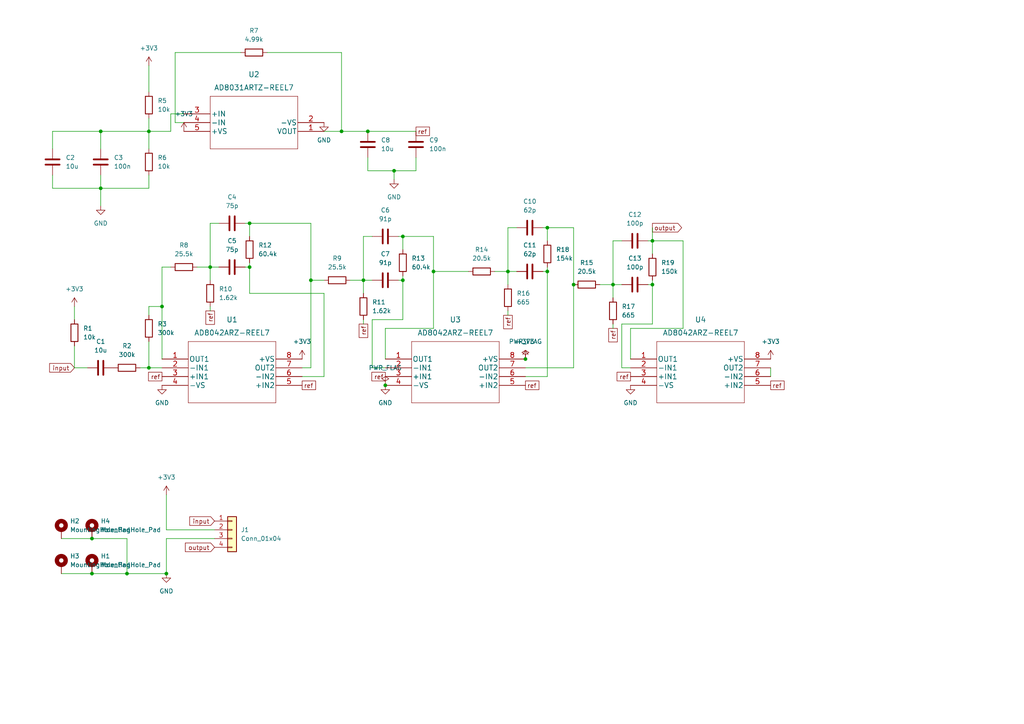
<source format=kicad_sch>
(kicad_sch (version 20211123) (generator eeschema)

  (uuid e63e39d7-6ac0-4ffd-8aa3-1841a4541b55)

  (paper "A4")

  (lib_symbols
    (symbol "Connector_Generic:Conn_01x04" (pin_names (offset 1.016) hide) (in_bom yes) (on_board yes)
      (property "Reference" "J" (id 0) (at 0 5.08 0)
        (effects (font (size 1.27 1.27)))
      )
      (property "Value" "Conn_01x04" (id 1) (at 0 -7.62 0)
        (effects (font (size 1.27 1.27)))
      )
      (property "Footprint" "" (id 2) (at 0 0 0)
        (effects (font (size 1.27 1.27)) hide)
      )
      (property "Datasheet" "~" (id 3) (at 0 0 0)
        (effects (font (size 1.27 1.27)) hide)
      )
      (property "ki_keywords" "connector" (id 4) (at 0 0 0)
        (effects (font (size 1.27 1.27)) hide)
      )
      (property "ki_description" "Generic connector, single row, 01x04, script generated (kicad-library-utils/schlib/autogen/connector/)" (id 5) (at 0 0 0)
        (effects (font (size 1.27 1.27)) hide)
      )
      (property "ki_fp_filters" "Connector*:*_1x??_*" (id 6) (at 0 0 0)
        (effects (font (size 1.27 1.27)) hide)
      )
      (symbol "Conn_01x04_1_1"
        (rectangle (start -1.27 -4.953) (end 0 -5.207)
          (stroke (width 0.1524) (type default) (color 0 0 0 0))
          (fill (type none))
        )
        (rectangle (start -1.27 -2.413) (end 0 -2.667)
          (stroke (width 0.1524) (type default) (color 0 0 0 0))
          (fill (type none))
        )
        (rectangle (start -1.27 0.127) (end 0 -0.127)
          (stroke (width 0.1524) (type default) (color 0 0 0 0))
          (fill (type none))
        )
        (rectangle (start -1.27 2.667) (end 0 2.413)
          (stroke (width 0.1524) (type default) (color 0 0 0 0))
          (fill (type none))
        )
        (rectangle (start -1.27 3.81) (end 1.27 -6.35)
          (stroke (width 0.254) (type default) (color 0 0 0 0))
          (fill (type background))
        )
        (pin passive line (at -5.08 2.54 0) (length 3.81)
          (name "Pin_1" (effects (font (size 1.27 1.27))))
          (number "1" (effects (font (size 1.27 1.27))))
        )
        (pin passive line (at -5.08 0 0) (length 3.81)
          (name "Pin_2" (effects (font (size 1.27 1.27))))
          (number "2" (effects (font (size 1.27 1.27))))
        )
        (pin passive line (at -5.08 -2.54 0) (length 3.81)
          (name "Pin_3" (effects (font (size 1.27 1.27))))
          (number "3" (effects (font (size 1.27 1.27))))
        )
        (pin passive line (at -5.08 -5.08 0) (length 3.81)
          (name "Pin_4" (effects (font (size 1.27 1.27))))
          (number "4" (effects (font (size 1.27 1.27))))
        )
      )
    )
    (symbol "Device:C" (pin_numbers hide) (pin_names (offset 0.254)) (in_bom yes) (on_board yes)
      (property "Reference" "C" (id 0) (at 0.635 2.54 0)
        (effects (font (size 1.27 1.27)) (justify left))
      )
      (property "Value" "C" (id 1) (at 0.635 -2.54 0)
        (effects (font (size 1.27 1.27)) (justify left))
      )
      (property "Footprint" "" (id 2) (at 0.9652 -3.81 0)
        (effects (font (size 1.27 1.27)) hide)
      )
      (property "Datasheet" "~" (id 3) (at 0 0 0)
        (effects (font (size 1.27 1.27)) hide)
      )
      (property "ki_keywords" "cap capacitor" (id 4) (at 0 0 0)
        (effects (font (size 1.27 1.27)) hide)
      )
      (property "ki_description" "Unpolarized capacitor" (id 5) (at 0 0 0)
        (effects (font (size 1.27 1.27)) hide)
      )
      (property "ki_fp_filters" "C_*" (id 6) (at 0 0 0)
        (effects (font (size 1.27 1.27)) hide)
      )
      (symbol "C_0_1"
        (polyline
          (pts
            (xy -2.032 -0.762)
            (xy 2.032 -0.762)
          )
          (stroke (width 0.508) (type default) (color 0 0 0 0))
          (fill (type none))
        )
        (polyline
          (pts
            (xy -2.032 0.762)
            (xy 2.032 0.762)
          )
          (stroke (width 0.508) (type default) (color 0 0 0 0))
          (fill (type none))
        )
      )
      (symbol "C_1_1"
        (pin passive line (at 0 3.81 270) (length 2.794)
          (name "~" (effects (font (size 1.27 1.27))))
          (number "1" (effects (font (size 1.27 1.27))))
        )
        (pin passive line (at 0 -3.81 90) (length 2.794)
          (name "~" (effects (font (size 1.27 1.27))))
          (number "2" (effects (font (size 1.27 1.27))))
        )
      )
    )
    (symbol "Device:R" (pin_numbers hide) (pin_names (offset 0)) (in_bom yes) (on_board yes)
      (property "Reference" "R" (id 0) (at 2.032 0 90)
        (effects (font (size 1.27 1.27)))
      )
      (property "Value" "R" (id 1) (at 0 0 90)
        (effects (font (size 1.27 1.27)))
      )
      (property "Footprint" "" (id 2) (at -1.778 0 90)
        (effects (font (size 1.27 1.27)) hide)
      )
      (property "Datasheet" "~" (id 3) (at 0 0 0)
        (effects (font (size 1.27 1.27)) hide)
      )
      (property "ki_keywords" "R res resistor" (id 4) (at 0 0 0)
        (effects (font (size 1.27 1.27)) hide)
      )
      (property "ki_description" "Resistor" (id 5) (at 0 0 0)
        (effects (font (size 1.27 1.27)) hide)
      )
      (property "ki_fp_filters" "R_*" (id 6) (at 0 0 0)
        (effects (font (size 1.27 1.27)) hide)
      )
      (symbol "R_0_1"
        (rectangle (start -1.016 -2.54) (end 1.016 2.54)
          (stroke (width 0.254) (type default) (color 0 0 0 0))
          (fill (type none))
        )
      )
      (symbol "R_1_1"
        (pin passive line (at 0 3.81 270) (length 1.27)
          (name "~" (effects (font (size 1.27 1.27))))
          (number "1" (effects (font (size 1.27 1.27))))
        )
        (pin passive line (at 0 -3.81 90) (length 1.27)
          (name "~" (effects (font (size 1.27 1.27))))
          (number "2" (effects (font (size 1.27 1.27))))
        )
      )
    )
    (symbol "Mechanical:MountingHole_Pad" (pin_numbers hide) (pin_names (offset 1.016) hide) (in_bom yes) (on_board yes)
      (property "Reference" "H" (id 0) (at 0 6.35 0)
        (effects (font (size 1.27 1.27)))
      )
      (property "Value" "MountingHole_Pad" (id 1) (at 0 4.445 0)
        (effects (font (size 1.27 1.27)))
      )
      (property "Footprint" "" (id 2) (at 0 0 0)
        (effects (font (size 1.27 1.27)) hide)
      )
      (property "Datasheet" "~" (id 3) (at 0 0 0)
        (effects (font (size 1.27 1.27)) hide)
      )
      (property "ki_keywords" "mounting hole" (id 4) (at 0 0 0)
        (effects (font (size 1.27 1.27)) hide)
      )
      (property "ki_description" "Mounting Hole with connection" (id 5) (at 0 0 0)
        (effects (font (size 1.27 1.27)) hide)
      )
      (property "ki_fp_filters" "MountingHole*Pad*" (id 6) (at 0 0 0)
        (effects (font (size 1.27 1.27)) hide)
      )
      (symbol "MountingHole_Pad_0_1"
        (circle (center 0 1.27) (radius 1.27)
          (stroke (width 1.27) (type default) (color 0 0 0 0))
          (fill (type none))
        )
      )
      (symbol "MountingHole_Pad_1_1"
        (pin input line (at 0 -2.54 90) (length 2.54)
          (name "1" (effects (font (size 1.27 1.27))))
          (number "1" (effects (font (size 1.27 1.27))))
        )
      )
    )
    (symbol "ad8031_new:AD8031ARTZ-REEL7" (pin_names (offset 0.254)) (in_bom yes) (on_board yes)
      (property "Reference" "U" (id 0) (at 20.32 10.16 0)
        (effects (font (size 1.524 1.524)))
      )
      (property "Value" "AD8031ARTZ-REEL7" (id 1) (at 20.32 7.62 0)
        (effects (font (size 1.524 1.524)))
      )
      (property "Footprint" "RJ_5_ADI" (id 2) (at 20.32 6.096 0)
        (effects (font (size 1.524 1.524)) hide)
      )
      (property "Datasheet" "" (id 3) (at 0 0 0)
        (effects (font (size 1.524 1.524)))
      )
      (property "ki_locked" "" (id 4) (at 0 0 0)
        (effects (font (size 1.27 1.27)))
      )
      (property "ki_fp_filters" "RJ_5_ADI RJ_5_ADI-M RJ_5_ADI-L" (id 5) (at 0 0 0)
        (effects (font (size 1.27 1.27)) hide)
      )
      (symbol "AD8031ARTZ-REEL7_1_1"
        (polyline
          (pts
            (xy 7.62 -10.16)
            (xy 33.02 -10.16)
          )
          (stroke (width 0.127) (type default) (color 0 0 0 0))
          (fill (type none))
        )
        (polyline
          (pts
            (xy 7.62 5.08)
            (xy 7.62 -10.16)
          )
          (stroke (width 0.127) (type default) (color 0 0 0 0))
          (fill (type none))
        )
        (polyline
          (pts
            (xy 33.02 -10.16)
            (xy 33.02 5.08)
          )
          (stroke (width 0.127) (type default) (color 0 0 0 0))
          (fill (type none))
        )
        (polyline
          (pts
            (xy 33.02 5.08)
            (xy 7.62 5.08)
          )
          (stroke (width 0.127) (type default) (color 0 0 0 0))
          (fill (type none))
        )
        (pin unspecified line (at 0 0 0) (length 7.62)
          (name "VOUT" (effects (font (size 1.4986 1.4986))))
          (number "1" (effects (font (size 1.4986 1.4986))))
        )
        (pin power_in line (at 0 -2.54 0) (length 7.62)
          (name "-VS" (effects (font (size 1.4986 1.4986))))
          (number "2" (effects (font (size 1.4986 1.4986))))
        )
        (pin unspecified line (at 40.64 -5.08 180) (length 7.62)
          (name "+IN" (effects (font (size 1.4986 1.4986))))
          (number "3" (effects (font (size 1.4986 1.4986))))
        )
        (pin unspecified line (at 40.64 -2.54 180) (length 7.62)
          (name "-IN" (effects (font (size 1.4986 1.4986))))
          (number "4" (effects (font (size 1.4986 1.4986))))
        )
        (pin power_in line (at 40.64 0 180) (length 7.62)
          (name "+VS" (effects (font (size 1.4986 1.4986))))
          (number "5" (effects (font (size 1.4986 1.4986))))
        )
      )
    )
    (symbol "ad8042:AD8042ARZ-REEL7" (pin_names (offset 0.254)) (in_bom yes) (on_board yes)
      (property "Reference" "U" (id 0) (at 20.32 10.16 0)
        (effects (font (size 1.524 1.524)))
      )
      (property "Value" "AD8042ARZ-REEL7" (id 1) (at 20.32 7.62 0)
        (effects (font (size 1.524 1.524)))
      )
      (property "Footprint" "R_8_ADI" (id 2) (at 20.32 6.096 0)
        (effects (font (size 1.524 1.524)) hide)
      )
      (property "Datasheet" "" (id 3) (at 0 0 0)
        (effects (font (size 1.524 1.524)))
      )
      (property "ki_locked" "" (id 4) (at 0 0 0)
        (effects (font (size 1.27 1.27)))
      )
      (property "ki_fp_filters" "R_8_ADI R_8_ADI-M R_8_ADI-L" (id 5) (at 0 0 0)
        (effects (font (size 1.27 1.27)) hide)
      )
      (symbol "AD8042ARZ-REEL7_1_1"
        (polyline
          (pts
            (xy 7.62 -12.7)
            (xy 33.02 -12.7)
          )
          (stroke (width 0.127) (type default) (color 0 0 0 0))
          (fill (type none))
        )
        (polyline
          (pts
            (xy 7.62 5.08)
            (xy 7.62 -12.7)
          )
          (stroke (width 0.127) (type default) (color 0 0 0 0))
          (fill (type none))
        )
        (polyline
          (pts
            (xy 33.02 -12.7)
            (xy 33.02 5.08)
          )
          (stroke (width 0.127) (type default) (color 0 0 0 0))
          (fill (type none))
        )
        (polyline
          (pts
            (xy 33.02 5.08)
            (xy 7.62 5.08)
          )
          (stroke (width 0.127) (type default) (color 0 0 0 0))
          (fill (type none))
        )
        (pin unspecified line (at 0 0 0) (length 7.62)
          (name "OUT1" (effects (font (size 1.4986 1.4986))))
          (number "1" (effects (font (size 1.4986 1.4986))))
        )
        (pin unspecified line (at 0 -2.54 0) (length 7.62)
          (name "-IN1" (effects (font (size 1.4986 1.4986))))
          (number "2" (effects (font (size 1.4986 1.4986))))
        )
        (pin unspecified line (at 0 -5.08 0) (length 7.62)
          (name "+IN1" (effects (font (size 1.4986 1.4986))))
          (number "3" (effects (font (size 1.4986 1.4986))))
        )
        (pin power_in line (at 0 -7.62 0) (length 7.62)
          (name "-VS" (effects (font (size 1.4986 1.4986))))
          (number "4" (effects (font (size 1.4986 1.4986))))
        )
        (pin unspecified line (at 40.64 -7.62 180) (length 7.62)
          (name "+IN2" (effects (font (size 1.4986 1.4986))))
          (number "5" (effects (font (size 1.4986 1.4986))))
        )
        (pin unspecified line (at 40.64 -5.08 180) (length 7.62)
          (name "-IN2" (effects (font (size 1.4986 1.4986))))
          (number "6" (effects (font (size 1.4986 1.4986))))
        )
        (pin unspecified line (at 40.64 -2.54 180) (length 7.62)
          (name "OUT2" (effects (font (size 1.4986 1.4986))))
          (number "7" (effects (font (size 1.4986 1.4986))))
        )
        (pin power_in line (at 40.64 0 180) (length 7.62)
          (name "+VS" (effects (font (size 1.4986 1.4986))))
          (number "8" (effects (font (size 1.4986 1.4986))))
        )
      )
    )
    (symbol "power:+3V3" (power) (pin_names (offset 0)) (in_bom yes) (on_board yes)
      (property "Reference" "#PWR" (id 0) (at 0 -3.81 0)
        (effects (font (size 1.27 1.27)) hide)
      )
      (property "Value" "+3V3" (id 1) (at 0 3.556 0)
        (effects (font (size 1.27 1.27)))
      )
      (property "Footprint" "" (id 2) (at 0 0 0)
        (effects (font (size 1.27 1.27)) hide)
      )
      (property "Datasheet" "" (id 3) (at 0 0 0)
        (effects (font (size 1.27 1.27)) hide)
      )
      (property "ki_keywords" "power-flag" (id 4) (at 0 0 0)
        (effects (font (size 1.27 1.27)) hide)
      )
      (property "ki_description" "Power symbol creates a global label with name \"+3V3\"" (id 5) (at 0 0 0)
        (effects (font (size 1.27 1.27)) hide)
      )
      (symbol "+3V3_0_1"
        (polyline
          (pts
            (xy -0.762 1.27)
            (xy 0 2.54)
          )
          (stroke (width 0) (type default) (color 0 0 0 0))
          (fill (type none))
        )
        (polyline
          (pts
            (xy 0 0)
            (xy 0 2.54)
          )
          (stroke (width 0) (type default) (color 0 0 0 0))
          (fill (type none))
        )
        (polyline
          (pts
            (xy 0 2.54)
            (xy 0.762 1.27)
          )
          (stroke (width 0) (type default) (color 0 0 0 0))
          (fill (type none))
        )
      )
      (symbol "+3V3_1_1"
        (pin power_in line (at 0 0 90) (length 0) hide
          (name "+3V3" (effects (font (size 1.27 1.27))))
          (number "1" (effects (font (size 1.27 1.27))))
        )
      )
    )
    (symbol "power:GND" (power) (pin_names (offset 0)) (in_bom yes) (on_board yes)
      (property "Reference" "#PWR" (id 0) (at 0 -6.35 0)
        (effects (font (size 1.27 1.27)) hide)
      )
      (property "Value" "GND" (id 1) (at 0 -3.81 0)
        (effects (font (size 1.27 1.27)))
      )
      (property "Footprint" "" (id 2) (at 0 0 0)
        (effects (font (size 1.27 1.27)) hide)
      )
      (property "Datasheet" "" (id 3) (at 0 0 0)
        (effects (font (size 1.27 1.27)) hide)
      )
      (property "ki_keywords" "power-flag" (id 4) (at 0 0 0)
        (effects (font (size 1.27 1.27)) hide)
      )
      (property "ki_description" "Power symbol creates a global label with name \"GND\" , ground" (id 5) (at 0 0 0)
        (effects (font (size 1.27 1.27)) hide)
      )
      (symbol "GND_0_1"
        (polyline
          (pts
            (xy 0 0)
            (xy 0 -1.27)
            (xy 1.27 -1.27)
            (xy 0 -2.54)
            (xy -1.27 -1.27)
            (xy 0 -1.27)
          )
          (stroke (width 0) (type default) (color 0 0 0 0))
          (fill (type none))
        )
      )
      (symbol "GND_1_1"
        (pin power_in line (at 0 0 270) (length 0) hide
          (name "GND" (effects (font (size 1.27 1.27))))
          (number "1" (effects (font (size 1.27 1.27))))
        )
      )
    )
    (symbol "power:PWR_FLAG" (power) (pin_numbers hide) (pin_names (offset 0) hide) (in_bom yes) (on_board yes)
      (property "Reference" "#FLG" (id 0) (at 0 1.905 0)
        (effects (font (size 1.27 1.27)) hide)
      )
      (property "Value" "PWR_FLAG" (id 1) (at 0 3.81 0)
        (effects (font (size 1.27 1.27)))
      )
      (property "Footprint" "" (id 2) (at 0 0 0)
        (effects (font (size 1.27 1.27)) hide)
      )
      (property "Datasheet" "~" (id 3) (at 0 0 0)
        (effects (font (size 1.27 1.27)) hide)
      )
      (property "ki_keywords" "power-flag" (id 4) (at 0 0 0)
        (effects (font (size 1.27 1.27)) hide)
      )
      (property "ki_description" "Special symbol for telling ERC where power comes from" (id 5) (at 0 0 0)
        (effects (font (size 1.27 1.27)) hide)
      )
      (symbol "PWR_FLAG_0_0"
        (pin power_out line (at 0 0 90) (length 0)
          (name "pwr" (effects (font (size 1.27 1.27))))
          (number "1" (effects (font (size 1.27 1.27))))
        )
      )
      (symbol "PWR_FLAG_0_1"
        (polyline
          (pts
            (xy 0 0)
            (xy 0 1.27)
            (xy -1.016 1.905)
            (xy 0 2.54)
            (xy 1.016 1.905)
            (xy 0 1.27)
          )
          (stroke (width 0) (type default) (color 0 0 0 0))
          (fill (type none))
        )
      )
    )
  )


  (junction (at 43.18 38.1) (diameter 0) (color 0 0 0 0)
    (uuid 01830461-8604-4549-a7d5-591c3d052f68)
  )
  (junction (at 147.32 78.74) (diameter 0) (color 0 0 0 0)
    (uuid 0f2dd4e8-b30c-41e4-9432-4bfa422fe231)
  )
  (junction (at 99.06 38.1) (diameter 0) (color 0 0 0 0)
    (uuid 0fba8a94-8686-4b45-9778-8cfa5613acdb)
  )
  (junction (at 116.84 68.58) (diameter 0) (color 0 0 0 0)
    (uuid 126f9ed4-5c00-4ed6-b480-9c38d69c010e)
  )
  (junction (at 189.23 69.85) (diameter 0) (color 0 0 0 0)
    (uuid 1d1d363f-57d8-4fdb-aa96-aca34f1bd084)
  )
  (junction (at 105.41 81.28) (diameter 0) (color 0 0 0 0)
    (uuid 23964e9b-a62a-496d-8ef8-fc58f9b542a9)
  )
  (junction (at 26.67 156.21) (diameter 0) (color 0 0 0 0)
    (uuid 2a323bd3-9941-4285-8517-8a9158229c18)
  )
  (junction (at 46.99 88.9) (diameter 0) (color 0 0 0 0)
    (uuid 2f7b1ab9-da6a-4f69-988b-701baede5a6c)
  )
  (junction (at 60.96 77.47) (diameter 0) (color 0 0 0 0)
    (uuid 47d73b74-a413-492c-a655-3799bdfc4161)
  )
  (junction (at 152.4 104.14) (diameter 0) (color 0 0 0 0)
    (uuid 48b989e2-d326-40e8-816a-4c7aec8928fc)
  )
  (junction (at 72.39 64.77) (diameter 0) (color 0 0 0 0)
    (uuid 4d287ccb-13b1-4c2d-919c-a41fb663eb2c)
  )
  (junction (at 36.83 166.37) (diameter 0) (color 0 0 0 0)
    (uuid 4de574d5-b02e-45bb-acb8-13582d03955c)
  )
  (junction (at 177.8 82.55) (diameter 0) (color 0 0 0 0)
    (uuid 6ac1c23f-f7d1-4387-a447-53f8dac2ed82)
  )
  (junction (at 114.3 49.53) (diameter 0) (color 0 0 0 0)
    (uuid 7f2f8fd7-9d52-4c8e-b419-80d1e5eba01c)
  )
  (junction (at 29.21 38.1) (diameter 0) (color 0 0 0 0)
    (uuid 85de31dc-9325-4a86-a450-b23b60815921)
  )
  (junction (at 43.18 106.68) (diameter 0) (color 0 0 0 0)
    (uuid 91090361-18fe-4758-a0ee-255e2f64bcd6)
  )
  (junction (at 90.17 81.28) (diameter 0) (color 0 0 0 0)
    (uuid 9690b244-99f9-4f2a-ac21-0d2649032e36)
  )
  (junction (at 166.37 82.55) (diameter 0) (color 0 0 0 0)
    (uuid a07fcf4b-f94c-4236-b74a-a8b5b0511996)
  )
  (junction (at 48.26 166.37) (diameter 0) (color 0 0 0 0)
    (uuid a4f28c6c-e76f-47bc-9850-c144d2d46415)
  )
  (junction (at 111.76 111.76) (diameter 0) (color 0 0 0 0)
    (uuid bef103da-9987-4547-b9dd-ee1c3796cb2a)
  )
  (junction (at 189.23 82.55) (diameter 0) (color 0 0 0 0)
    (uuid c025af15-8a8b-409b-882d-e0891975c6cf)
  )
  (junction (at 158.75 66.04) (diameter 0) (color 0 0 0 0)
    (uuid c054df1b-8281-4c1e-acda-e00ef167b6ad)
  )
  (junction (at 72.39 77.47) (diameter 0) (color 0 0 0 0)
    (uuid c51aea1a-8b4c-4bf2-b175-ac569c76be7f)
  )
  (junction (at 29.21 54.61) (diameter 0) (color 0 0 0 0)
    (uuid cc30a6e7-a29a-4207-838b-9e9298791fa5)
  )
  (junction (at 106.68 38.1) (diameter 0) (color 0 0 0 0)
    (uuid cf3c0d7a-0541-4cad-af7f-7ed78fd00683)
  )
  (junction (at 116.84 81.28) (diameter 0) (color 0 0 0 0)
    (uuid d4d6ba88-38ec-48c3-a6a5-4f1d801e1511)
  )
  (junction (at 158.75 78.74) (diameter 0) (color 0 0 0 0)
    (uuid dac1951e-5e77-4e79-9589-df5e5110fcfe)
  )
  (junction (at 26.67 166.37) (diameter 0) (color 0 0 0 0)
    (uuid df2bf7a2-04ac-4e98-9030-e4be121149f6)
  )
  (junction (at 125.73 78.74) (diameter 0) (color 0 0 0 0)
    (uuid e6589ea7-770b-44b8-a621-fb9ecf1f6476)
  )

  (wire (pts (xy 50.8 35.56) (xy 53.34 35.56))
    (stroke (width 0) (type default) (color 0 0 0 0))
    (uuid 001b9282-755c-4186-828c-3a9eabaf193f)
  )
  (wire (pts (xy 177.8 69.85) (xy 180.34 69.85))
    (stroke (width 0) (type default) (color 0 0 0 0))
    (uuid 05925c58-105a-44d6-bdd6-478ea8dde0af)
  )
  (wire (pts (xy 166.37 106.68) (xy 152.4 106.68))
    (stroke (width 0) (type default) (color 0 0 0 0))
    (uuid 073451e9-e217-40cd-8791-815cb4edd08d)
  )
  (wire (pts (xy 147.32 78.74) (xy 147.32 66.04))
    (stroke (width 0) (type default) (color 0 0 0 0))
    (uuid 0a4463b3-49f2-44fe-a23d-78c10288c855)
  )
  (wire (pts (xy 72.39 77.47) (xy 72.39 76.2))
    (stroke (width 0) (type default) (color 0 0 0 0))
    (uuid 0c801c3b-f012-48c4-8cb5-2f7a3a34f6bc)
  )
  (wire (pts (xy 180.34 106.68) (xy 182.88 106.68))
    (stroke (width 0) (type default) (color 0 0 0 0))
    (uuid 0cfed1ec-bb8b-4780-8474-c466f92f179b)
  )
  (wire (pts (xy 72.39 64.77) (xy 72.39 68.58))
    (stroke (width 0) (type default) (color 0 0 0 0))
    (uuid 0dd73431-2305-475a-94de-bb2dccbc6aa1)
  )
  (wire (pts (xy 147.32 66.04) (xy 149.86 66.04))
    (stroke (width 0) (type default) (color 0 0 0 0))
    (uuid 10906738-467b-407e-a9ab-185acf742330)
  )
  (wire (pts (xy 99.06 15.24) (xy 99.06 38.1))
    (stroke (width 0) (type default) (color 0 0 0 0))
    (uuid 137a020e-f220-42df-a83a-e52cf7f69436)
  )
  (wire (pts (xy 77.47 15.24) (xy 99.06 15.24))
    (stroke (width 0) (type default) (color 0 0 0 0))
    (uuid 15724358-fb56-463a-8cab-b91d646fec2e)
  )
  (wire (pts (xy 48.26 143.51) (xy 48.26 153.67))
    (stroke (width 0) (type default) (color 0 0 0 0))
    (uuid 1746fb67-bb9d-462a-aadd-2923c546d9e2)
  )
  (wire (pts (xy 177.8 82.55) (xy 180.34 82.55))
    (stroke (width 0) (type default) (color 0 0 0 0))
    (uuid 17b67be0-b402-44e9-bc83-c71f02d117c9)
  )
  (wire (pts (xy 46.99 88.9) (xy 46.99 104.14))
    (stroke (width 0) (type default) (color 0 0 0 0))
    (uuid 19ef05fd-0c81-4796-8d86-950636d050db)
  )
  (wire (pts (xy 115.57 81.28) (xy 116.84 81.28))
    (stroke (width 0) (type default) (color 0 0 0 0))
    (uuid 1a8b7f73-2e93-4ec9-adc2-1efb942dbefc)
  )
  (wire (pts (xy 189.23 69.85) (xy 189.23 73.66))
    (stroke (width 0) (type default) (color 0 0 0 0))
    (uuid 1ae06514-5dc9-4e14-869d-b45d63b3b46f)
  )
  (wire (pts (xy 26.67 156.21) (xy 36.83 156.21))
    (stroke (width 0) (type default) (color 0 0 0 0))
    (uuid 1c380133-5d73-46fc-9b26-f406f02013bb)
  )
  (wire (pts (xy 90.17 81.28) (xy 93.98 81.28))
    (stroke (width 0) (type default) (color 0 0 0 0))
    (uuid 1d821cc3-1107-4629-aff5-ee7c328d6d09)
  )
  (wire (pts (xy 116.84 81.28) (xy 116.84 92.71))
    (stroke (width 0) (type default) (color 0 0 0 0))
    (uuid 1df2e1fb-46e1-4af0-907c-f72c07ffe452)
  )
  (wire (pts (xy 105.41 68.58) (xy 107.95 68.58))
    (stroke (width 0) (type default) (color 0 0 0 0))
    (uuid 1e075eaf-5c0e-442e-b049-fa3ca57b0330)
  )
  (wire (pts (xy 198.12 95.25) (xy 182.88 95.25))
    (stroke (width 0) (type default) (color 0 0 0 0))
    (uuid 245a98d3-2ff9-4f47-8230-3525e138df21)
  )
  (wire (pts (xy 157.48 78.74) (xy 158.75 78.74))
    (stroke (width 0) (type default) (color 0 0 0 0))
    (uuid 24806495-5644-490e-ad6d-c6150d92d75d)
  )
  (wire (pts (xy 177.8 93.98) (xy 177.8 95.25))
    (stroke (width 0) (type default) (color 0 0 0 0))
    (uuid 24850ab2-c130-48f0-9988-d3d015148725)
  )
  (wire (pts (xy 187.96 82.55) (xy 189.23 82.55))
    (stroke (width 0) (type default) (color 0 0 0 0))
    (uuid 256f8955-6ac7-4e40-bbdc-f606fe86974a)
  )
  (wire (pts (xy 29.21 54.61) (xy 43.18 54.61))
    (stroke (width 0) (type default) (color 0 0 0 0))
    (uuid 25859bb8-b719-40f7-a8cb-66ff6bf3185c)
  )
  (wire (pts (xy 125.73 95.25) (xy 111.76 95.25))
    (stroke (width 0) (type default) (color 0 0 0 0))
    (uuid 26a6469a-d829-4536-a79c-bc50d0e08ec0)
  )
  (wire (pts (xy 60.96 88.9) (xy 60.96 90.17))
    (stroke (width 0) (type default) (color 0 0 0 0))
    (uuid 28a5d69f-9af4-4b5c-9817-242ff3ea2cf0)
  )
  (wire (pts (xy 17.78 156.21) (xy 26.67 156.21))
    (stroke (width 0) (type default) (color 0 0 0 0))
    (uuid 28cf2d69-bc1d-4ba5-bbfb-28b67ef59c28)
  )
  (wire (pts (xy 29.21 50.8) (xy 29.21 54.61))
    (stroke (width 0) (type default) (color 0 0 0 0))
    (uuid 2a40775e-e881-4b55-b5e4-b1eff8c54ab9)
  )
  (wire (pts (xy 180.34 93.98) (xy 180.34 106.68))
    (stroke (width 0) (type default) (color 0 0 0 0))
    (uuid 2b65b149-fbe6-4d48-b00f-55fa58b78873)
  )
  (wire (pts (xy 189.23 69.85) (xy 198.12 69.85))
    (stroke (width 0) (type default) (color 0 0 0 0))
    (uuid 2c0aa3eb-3be9-4cfd-b812-03c033c85bea)
  )
  (wire (pts (xy 43.18 50.8) (xy 43.18 54.61))
    (stroke (width 0) (type default) (color 0 0 0 0))
    (uuid 2cc4380c-f1bd-41cb-9a18-8366dc8f4dc0)
  )
  (wire (pts (xy 36.83 166.37) (xy 48.26 166.37))
    (stroke (width 0) (type default) (color 0 0 0 0))
    (uuid 2f9e8488-d026-491a-b1ed-f503e637d46a)
  )
  (wire (pts (xy 115.57 68.58) (xy 116.84 68.58))
    (stroke (width 0) (type default) (color 0 0 0 0))
    (uuid 37397343-4275-4de2-ae9d-8edafe6757ae)
  )
  (wire (pts (xy 157.48 66.04) (xy 158.75 66.04))
    (stroke (width 0) (type default) (color 0 0 0 0))
    (uuid 3b3327a1-44fa-41b0-9975-a28afa0afca6)
  )
  (wire (pts (xy 101.6 81.28) (xy 105.41 81.28))
    (stroke (width 0) (type default) (color 0 0 0 0))
    (uuid 3db89a9e-649a-41c3-bf14-a622291c6b74)
  )
  (wire (pts (xy 36.83 156.21) (xy 36.83 166.37))
    (stroke (width 0) (type default) (color 0 0 0 0))
    (uuid 453f690d-9106-4e93-9ed1-898ce97a16c1)
  )
  (wire (pts (xy 166.37 66.04) (xy 166.37 82.55))
    (stroke (width 0) (type default) (color 0 0 0 0))
    (uuid 459cac3d-39a4-4f87-844f-f6b616a567d2)
  )
  (wire (pts (xy 72.39 77.47) (xy 72.39 85.09))
    (stroke (width 0) (type default) (color 0 0 0 0))
    (uuid 4609148e-6497-4410-9eea-6749012193c9)
  )
  (wire (pts (xy 158.75 109.22) (xy 152.4 109.22))
    (stroke (width 0) (type default) (color 0 0 0 0))
    (uuid 4e8c13d8-37b7-4596-8754-6b6d60123412)
  )
  (wire (pts (xy 120.65 49.53) (xy 120.65 45.72))
    (stroke (width 0) (type default) (color 0 0 0 0))
    (uuid 52cea92e-5161-4d8f-96de-fd19f35dc8d5)
  )
  (wire (pts (xy 46.99 88.9) (xy 46.99 77.47))
    (stroke (width 0) (type default) (color 0 0 0 0))
    (uuid 5324b2d9-1ed5-499c-83ca-c9182a04b561)
  )
  (wire (pts (xy 189.23 82.55) (xy 189.23 93.98))
    (stroke (width 0) (type default) (color 0 0 0 0))
    (uuid 53252272-c1d1-45a2-b77b-e2f329425fdc)
  )
  (wire (pts (xy 15.24 54.61) (xy 29.21 54.61))
    (stroke (width 0) (type default) (color 0 0 0 0))
    (uuid 57b4ccd0-55c9-49ad-baa9-7e952572cd74)
  )
  (wire (pts (xy 60.96 77.47) (xy 60.96 64.77))
    (stroke (width 0) (type default) (color 0 0 0 0))
    (uuid 596732d0-b1b4-47bc-9f58-79087b333375)
  )
  (wire (pts (xy 90.17 81.28) (xy 90.17 106.68))
    (stroke (width 0) (type default) (color 0 0 0 0))
    (uuid 5ae5eaa3-d9a1-4c02-a2db-6f1d368c3af5)
  )
  (wire (pts (xy 43.18 38.1) (xy 49.53 38.1))
    (stroke (width 0) (type default) (color 0 0 0 0))
    (uuid 5cb95dbc-b32e-478b-8970-64536c2f0be0)
  )
  (wire (pts (xy 158.75 78.74) (xy 158.75 109.22))
    (stroke (width 0) (type default) (color 0 0 0 0))
    (uuid 5d5e4021-64a9-40a8-acbe-d23f1dd54d0d)
  )
  (wire (pts (xy 26.67 166.37) (xy 36.83 166.37))
    (stroke (width 0) (type default) (color 0 0 0 0))
    (uuid 5e83acda-b95a-4ebb-94b9-d4a826504ff7)
  )
  (wire (pts (xy 99.06 38.1) (xy 93.98 38.1))
    (stroke (width 0) (type default) (color 0 0 0 0))
    (uuid 61ac1c72-dbbc-4dc1-be6e-df7fca5e0ed2)
  )
  (wire (pts (xy 125.73 78.74) (xy 125.73 95.25))
    (stroke (width 0) (type default) (color 0 0 0 0))
    (uuid 62be7fe0-659c-4c63-badc-67d73d46382a)
  )
  (wire (pts (xy 60.96 64.77) (xy 63.5 64.77))
    (stroke (width 0) (type default) (color 0 0 0 0))
    (uuid 63c8472a-7c3d-4f38-be79-913878431d75)
  )
  (wire (pts (xy 15.24 43.18) (xy 15.24 38.1))
    (stroke (width 0) (type default) (color 0 0 0 0))
    (uuid 64834735-9404-4fae-9163-00a62a60fcef)
  )
  (wire (pts (xy 49.53 33.02) (xy 53.34 33.02))
    (stroke (width 0) (type default) (color 0 0 0 0))
    (uuid 64bcccd5-e2a1-4fd2-9dec-2abfcdb080be)
  )
  (wire (pts (xy 29.21 54.61) (xy 29.21 59.69))
    (stroke (width 0) (type default) (color 0 0 0 0))
    (uuid 64ebf1f0-75b3-4577-8acd-4b4c6a1c9b2f)
  )
  (wire (pts (xy 40.64 106.68) (xy 43.18 106.68))
    (stroke (width 0) (type default) (color 0 0 0 0))
    (uuid 68729910-e6b7-437c-b2d3-8ce58a590b91)
  )
  (wire (pts (xy 43.18 19.05) (xy 43.18 26.67))
    (stroke (width 0) (type default) (color 0 0 0 0))
    (uuid 689ff9ad-c413-4416-8e42-4c507ca15f98)
  )
  (wire (pts (xy 198.12 69.85) (xy 198.12 95.25))
    (stroke (width 0) (type default) (color 0 0 0 0))
    (uuid 69f23484-d25f-4059-a35a-959ce485fb32)
  )
  (wire (pts (xy 105.41 92.71) (xy 105.41 93.98))
    (stroke (width 0) (type default) (color 0 0 0 0))
    (uuid 6a2b0447-4d47-4cc4-9684-534f4b78c843)
  )
  (wire (pts (xy 105.41 81.28) (xy 107.95 81.28))
    (stroke (width 0) (type default) (color 0 0 0 0))
    (uuid 6c4533a2-3abe-4b60-bee2-95960e35271d)
  )
  (wire (pts (xy 50.8 35.56) (xy 50.8 15.24))
    (stroke (width 0) (type default) (color 0 0 0 0))
    (uuid 6caa8baf-591a-4d51-9960-b6724f5732c0)
  )
  (wire (pts (xy 116.84 68.58) (xy 125.73 68.58))
    (stroke (width 0) (type default) (color 0 0 0 0))
    (uuid 6e5f36b4-d5b2-4e82-90fb-dde905e6de67)
  )
  (wire (pts (xy 21.59 88.9) (xy 21.59 92.71))
    (stroke (width 0) (type default) (color 0 0 0 0))
    (uuid 6eb442cb-0c9a-44f9-a1f9-a51e93aa9601)
  )
  (wire (pts (xy 173.99 82.55) (xy 177.8 82.55))
    (stroke (width 0) (type default) (color 0 0 0 0))
    (uuid 6fab1c70-07f2-4c33-93fc-ccecee448813)
  )
  (wire (pts (xy 147.32 90.17) (xy 147.32 91.44))
    (stroke (width 0) (type default) (color 0 0 0 0))
    (uuid 6fe090af-bf99-4e36-9bd5-849575d8d439)
  )
  (wire (pts (xy 93.98 85.09) (xy 93.98 109.22))
    (stroke (width 0) (type default) (color 0 0 0 0))
    (uuid 70bc033d-ebcc-44e0-9f02-d0c91cefa998)
  )
  (wire (pts (xy 107.95 92.71) (xy 107.95 106.68))
    (stroke (width 0) (type default) (color 0 0 0 0))
    (uuid 74b9c359-0b9e-4a0f-af02-d4b3b3fc62cf)
  )
  (wire (pts (xy 187.96 69.85) (xy 189.23 69.85))
    (stroke (width 0) (type default) (color 0 0 0 0))
    (uuid 74e9fbac-0fb1-42b4-92af-1b990d363821)
  )
  (wire (pts (xy 15.24 50.8) (xy 15.24 54.61))
    (stroke (width 0) (type default) (color 0 0 0 0))
    (uuid 782e2058-96c8-48c8-85c2-d87486a32d1a)
  )
  (wire (pts (xy 158.75 66.04) (xy 166.37 66.04))
    (stroke (width 0) (type default) (color 0 0 0 0))
    (uuid 782f8797-658b-4814-8929-d249314b6dbd)
  )
  (wire (pts (xy 125.73 68.58) (xy 125.73 78.74))
    (stroke (width 0) (type default) (color 0 0 0 0))
    (uuid 798d7e08-7e59-4106-8a10-afd9f7c89ae9)
  )
  (wire (pts (xy 71.12 64.77) (xy 72.39 64.77))
    (stroke (width 0) (type default) (color 0 0 0 0))
    (uuid 7cc7dc81-820f-4604-a93f-0d291f2f1591)
  )
  (wire (pts (xy 60.96 77.47) (xy 60.96 81.28))
    (stroke (width 0) (type default) (color 0 0 0 0))
    (uuid 7dd1229e-9585-4496-8146-732d857b92b1)
  )
  (wire (pts (xy 48.26 153.67) (xy 62.23 153.67))
    (stroke (width 0) (type default) (color 0 0 0 0))
    (uuid 82e5b617-c700-4ca4-8078-bcaac0a8f279)
  )
  (wire (pts (xy 29.21 38.1) (xy 43.18 38.1))
    (stroke (width 0) (type default) (color 0 0 0 0))
    (uuid 832ed087-13e8-4d13-9a3b-45da84caa0c8)
  )
  (wire (pts (xy 189.23 93.98) (xy 180.34 93.98))
    (stroke (width 0) (type default) (color 0 0 0 0))
    (uuid 85dbab32-1a30-4c1a-aee5-450c0a0ef763)
  )
  (wire (pts (xy 116.84 81.28) (xy 116.84 80.01))
    (stroke (width 0) (type default) (color 0 0 0 0))
    (uuid 85e5feda-c1f0-49ce-b216-531f12642789)
  )
  (wire (pts (xy 49.53 38.1) (xy 49.53 33.02))
    (stroke (width 0) (type default) (color 0 0 0 0))
    (uuid 877950ee-bc66-41da-9699-ca043b025994)
  )
  (wire (pts (xy 21.59 106.68) (xy 25.4 106.68))
    (stroke (width 0) (type default) (color 0 0 0 0))
    (uuid 8b50b87c-76b6-4ca9-8173-24a341c0b8ac)
  )
  (wire (pts (xy 105.41 81.28) (xy 105.41 68.58))
    (stroke (width 0) (type default) (color 0 0 0 0))
    (uuid 8e9f5016-ae56-48af-9501-238b146fb255)
  )
  (wire (pts (xy 147.32 78.74) (xy 149.86 78.74))
    (stroke (width 0) (type default) (color 0 0 0 0))
    (uuid 93215cb1-b928-43f4-a881-42a5222470bc)
  )
  (wire (pts (xy 17.78 166.37) (xy 26.67 166.37))
    (stroke (width 0) (type default) (color 0 0 0 0))
    (uuid 960f3b7c-f68c-46fd-a5d5-d9f66e927de0)
  )
  (wire (pts (xy 72.39 64.77) (xy 90.17 64.77))
    (stroke (width 0) (type default) (color 0 0 0 0))
    (uuid 9ad84049-5091-42c7-8663-62053b5866c3)
  )
  (wire (pts (xy 43.18 106.68) (xy 46.99 106.68))
    (stroke (width 0) (type default) (color 0 0 0 0))
    (uuid 9af26b18-704d-40be-860e-24b7a37366bf)
  )
  (wire (pts (xy 90.17 64.77) (xy 90.17 81.28))
    (stroke (width 0) (type default) (color 0 0 0 0))
    (uuid 9d35d3c0-92d2-485b-a508-ad1e35f089ec)
  )
  (wire (pts (xy 60.96 77.47) (xy 63.5 77.47))
    (stroke (width 0) (type default) (color 0 0 0 0))
    (uuid 9e81a4d2-9ce9-484d-9ace-c2a3c33d5035)
  )
  (wire (pts (xy 114.3 49.53) (xy 114.3 52.07))
    (stroke (width 0) (type default) (color 0 0 0 0))
    (uuid a51ccb45-b959-4897-b612-9f0bd8dd4d29)
  )
  (wire (pts (xy 177.8 82.55) (xy 177.8 86.36))
    (stroke (width 0) (type default) (color 0 0 0 0))
    (uuid a99d220d-89a5-4253-be6c-0a9227e2392d)
  )
  (wire (pts (xy 43.18 99.06) (xy 43.18 106.68))
    (stroke (width 0) (type default) (color 0 0 0 0))
    (uuid ada9f45d-fb73-4b93-8f35-257fa076e694)
  )
  (wire (pts (xy 143.51 78.74) (xy 147.32 78.74))
    (stroke (width 0) (type default) (color 0 0 0 0))
    (uuid ae408001-ec67-48d0-8c31-d60d11291add)
  )
  (wire (pts (xy 114.3 49.53) (xy 120.65 49.53))
    (stroke (width 0) (type default) (color 0 0 0 0))
    (uuid ae8f5069-0509-47cf-abe5-b163b9249b46)
  )
  (wire (pts (xy 116.84 92.71) (xy 107.95 92.71))
    (stroke (width 0) (type default) (color 0 0 0 0))
    (uuid b1d79ae1-a020-479a-b227-b1abac32f18a)
  )
  (wire (pts (xy 147.32 78.74) (xy 147.32 82.55))
    (stroke (width 0) (type default) (color 0 0 0 0))
    (uuid b5ca69d1-2dce-4f44-9347-18de3fe30bda)
  )
  (wire (pts (xy 71.12 77.47) (xy 72.39 77.47))
    (stroke (width 0) (type default) (color 0 0 0 0))
    (uuid b68a282d-dad8-4a22-8549-bb08ab54b0a5)
  )
  (wire (pts (xy 15.24 38.1) (xy 29.21 38.1))
    (stroke (width 0) (type default) (color 0 0 0 0))
    (uuid b9d38ba8-911d-4937-927c-a6f2194d5b4e)
  )
  (wire (pts (xy 43.18 34.29) (xy 43.18 38.1))
    (stroke (width 0) (type default) (color 0 0 0 0))
    (uuid bae55532-502f-4eb6-b820-a65e3636b598)
  )
  (wire (pts (xy 223.52 106.68) (xy 223.52 109.22))
    (stroke (width 0) (type default) (color 0 0 0 0))
    (uuid c06e5e1c-8abe-460c-9424-28aa5244a1e7)
  )
  (wire (pts (xy 189.23 69.85) (xy 189.23 66.04))
    (stroke (width 0) (type default) (color 0 0 0 0))
    (uuid c34eb04e-9ee6-49ef-b8e7-6851acbaf2bf)
  )
  (wire (pts (xy 116.84 68.58) (xy 116.84 72.39))
    (stroke (width 0) (type default) (color 0 0 0 0))
    (uuid c45c3370-05e2-46a0-a0df-0144bdc7b136)
  )
  (wire (pts (xy 48.26 156.21) (xy 48.26 166.37))
    (stroke (width 0) (type default) (color 0 0 0 0))
    (uuid c6d2ed95-0c02-41b8-a4a2-f022f4027920)
  )
  (wire (pts (xy 46.99 77.47) (xy 49.53 77.47))
    (stroke (width 0) (type default) (color 0 0 0 0))
    (uuid cc157c9a-f9e4-4082-bd99-85c84e5cb973)
  )
  (wire (pts (xy 111.76 95.25) (xy 111.76 104.14))
    (stroke (width 0) (type default) (color 0 0 0 0))
    (uuid ce0a6abb-6cab-4b46-b767-44f475237b19)
  )
  (wire (pts (xy 182.88 95.25) (xy 182.88 104.14))
    (stroke (width 0) (type default) (color 0 0 0 0))
    (uuid cf13fdd9-18f1-4f95-b761-b40d6d8aab3f)
  )
  (wire (pts (xy 43.18 88.9) (xy 43.18 91.44))
    (stroke (width 0) (type default) (color 0 0 0 0))
    (uuid d03a7495-248e-42e8-8a6e-c5d3f63aa6ca)
  )
  (wire (pts (xy 62.23 156.21) (xy 48.26 156.21))
    (stroke (width 0) (type default) (color 0 0 0 0))
    (uuid d12fa3c4-8238-4b22-8148-375233b71a9b)
  )
  (wire (pts (xy 177.8 82.55) (xy 177.8 69.85))
    (stroke (width 0) (type default) (color 0 0 0 0))
    (uuid d2468be0-43b8-4787-95eb-cb98b5c17f0b)
  )
  (wire (pts (xy 106.68 49.53) (xy 114.3 49.53))
    (stroke (width 0) (type default) (color 0 0 0 0))
    (uuid d36bfd04-5ff2-4a15-afbb-fa33a6419a38)
  )
  (wire (pts (xy 189.23 82.55) (xy 189.23 81.28))
    (stroke (width 0) (type default) (color 0 0 0 0))
    (uuid d382055f-f881-463b-8498-eaf8ee76fdb3)
  )
  (wire (pts (xy 50.8 15.24) (xy 69.85 15.24))
    (stroke (width 0) (type default) (color 0 0 0 0))
    (uuid d42b744e-9167-4664-8bf0-ff169702d2b8)
  )
  (wire (pts (xy 107.95 106.68) (xy 111.76 106.68))
    (stroke (width 0) (type default) (color 0 0 0 0))
    (uuid d5761663-5d83-4d07-b795-543395d2fe6c)
  )
  (wire (pts (xy 106.68 38.1) (xy 120.65 38.1))
    (stroke (width 0) (type default) (color 0 0 0 0))
    (uuid d825611d-d767-4fd8-96ea-d4365f9fb41f)
  )
  (wire (pts (xy 93.98 109.22) (xy 87.63 109.22))
    (stroke (width 0) (type default) (color 0 0 0 0))
    (uuid d951af0d-d790-4e8c-b6da-521463ee748c)
  )
  (wire (pts (xy 125.73 78.74) (xy 135.89 78.74))
    (stroke (width 0) (type default) (color 0 0 0 0))
    (uuid db2d23ed-7362-4474-bd82-cde5260d1018)
  )
  (wire (pts (xy 72.39 85.09) (xy 93.98 85.09))
    (stroke (width 0) (type default) (color 0 0 0 0))
    (uuid e0fc49d2-c28e-427a-83eb-19504f02ae43)
  )
  (wire (pts (xy 106.68 45.72) (xy 106.68 49.53))
    (stroke (width 0) (type default) (color 0 0 0 0))
    (uuid e28fd087-111d-4e05-9054-6b0d1a0fe5aa)
  )
  (wire (pts (xy 99.06 38.1) (xy 106.68 38.1))
    (stroke (width 0) (type default) (color 0 0 0 0))
    (uuid e39c8b9a-2ddf-412e-8a37-c7ad650f0b64)
  )
  (wire (pts (xy 158.75 66.04) (xy 158.75 69.85))
    (stroke (width 0) (type default) (color 0 0 0 0))
    (uuid ec8accb9-f789-49b6-80a7-2afa83d21f43)
  )
  (wire (pts (xy 21.59 100.33) (xy 21.59 106.68))
    (stroke (width 0) (type default) (color 0 0 0 0))
    (uuid ed624b87-84dd-462d-90bd-67aa7b7ef040)
  )
  (wire (pts (xy 29.21 38.1) (xy 29.21 43.18))
    (stroke (width 0) (type default) (color 0 0 0 0))
    (uuid f7ad87be-0915-43b8-bbe1-9a259b0a3e53)
  )
  (wire (pts (xy 90.17 106.68) (xy 87.63 106.68))
    (stroke (width 0) (type default) (color 0 0 0 0))
    (uuid f7d696ec-512b-49de-ba8e-843f27d907b6)
  )
  (wire (pts (xy 43.18 88.9) (xy 46.99 88.9))
    (stroke (width 0) (type default) (color 0 0 0 0))
    (uuid f9662ec3-8d53-48e3-ad34-e594ce11d4dd)
  )
  (wire (pts (xy 105.41 81.28) (xy 105.41 85.09))
    (stroke (width 0) (type default) (color 0 0 0 0))
    (uuid f9e97a59-0ec4-4a71-9eb9-bd26d348aa1e)
  )
  (wire (pts (xy 158.75 78.74) (xy 158.75 77.47))
    (stroke (width 0) (type default) (color 0 0 0 0))
    (uuid fa693d01-d196-4a1d-82c6-dc1c3ee36d0d)
  )
  (wire (pts (xy 166.37 82.55) (xy 166.37 106.68))
    (stroke (width 0) (type default) (color 0 0 0 0))
    (uuid fd33af3c-6fc4-44b2-9700-02b4feb19d3a)
  )
  (wire (pts (xy 43.18 38.1) (xy 43.18 43.18))
    (stroke (width 0) (type default) (color 0 0 0 0))
    (uuid fd84e011-a1bc-470b-9d0f-d86ed34edff9)
  )
  (wire (pts (xy 57.15 77.47) (xy 60.96 77.47))
    (stroke (width 0) (type default) (color 0 0 0 0))
    (uuid fe6529a4-7d47-419d-878b-bb357b57ba7c)
  )

  (global_label "output" (shape output) (at 189.23 66.04 0) (fields_autoplaced)
    (effects (font (size 1.27 1.27)) (justify left))
    (uuid 16db1585-2f6c-4546-aedd-9a743039e45c)
    (property "Intersheet References" "${INTERSHEET_REFS}" (id 0) (at 197.6907 65.9606 0)
      (effects (font (size 1.27 1.27)) (justify left) hide)
    )
  )
  (global_label "ref" (shape passive) (at 87.63 111.76 0) (fields_autoplaced)
    (effects (font (size 1.27 1.27)) (justify left))
    (uuid 1d087588-914c-46fd-9425-9a611535f074)
    (property "Intersheet References" "${INTERSHEET_REFS}" (id 0) (at 92.6436 111.6806 0)
      (effects (font (size 1.27 1.27)) (justify left) hide)
    )
  )
  (global_label "ref" (shape passive) (at 152.4 111.76 0) (fields_autoplaced)
    (effects (font (size 1.27 1.27)) (justify left))
    (uuid 313bee46-f8c9-4716-83e9-8c14a0e89767)
    (property "Intersheet References" "${INTERSHEET_REFS}" (id 0) (at 157.4136 111.6806 0)
      (effects (font (size 1.27 1.27)) (justify left) hide)
    )
  )
  (global_label "ref" (shape passive) (at 147.32 91.44 270) (fields_autoplaced)
    (effects (font (size 1.27 1.27)) (justify right))
    (uuid 39f6fac8-3039-44e5-b3c3-b5210d89df76)
    (property "Intersheet References" "${INTERSHEET_REFS}" (id 0) (at 147.2406 96.4536 90)
      (effects (font (size 1.27 1.27)) (justify right) hide)
    )
  )
  (global_label "ref" (shape passive) (at 46.99 109.22 180) (fields_autoplaced)
    (effects (font (size 1.27 1.27)) (justify right))
    (uuid 3e7577b9-4fc0-4853-996d-92a5b0822dd7)
    (property "Intersheet References" "${INTERSHEET_REFS}" (id 0) (at 41.9764 109.1406 0)
      (effects (font (size 1.27 1.27)) (justify right) hide)
    )
  )
  (global_label "ref" (shape passive) (at 223.52 111.76 0) (fields_autoplaced)
    (effects (font (size 1.27 1.27)) (justify left))
    (uuid 5285e43a-db30-49c6-a949-5a7cfad66455)
    (property "Intersheet References" "${INTERSHEET_REFS}" (id 0) (at 228.5336 111.6806 0)
      (effects (font (size 1.27 1.27)) (justify left) hide)
    )
  )
  (global_label "ref" (shape passive) (at 182.88 109.22 180) (fields_autoplaced)
    (effects (font (size 1.27 1.27)) (justify right))
    (uuid 5ef1fc35-5520-4bcc-8a27-162c90a5d449)
    (property "Intersheet References" "${INTERSHEET_REFS}" (id 0) (at 177.8664 109.1406 0)
      (effects (font (size 1.27 1.27)) (justify right) hide)
    )
  )
  (global_label "ref" (shape passive) (at 111.76 109.22 180) (fields_autoplaced)
    (effects (font (size 1.27 1.27)) (justify right))
    (uuid 7133387d-605c-449e-93a3-44fef8f74a16)
    (property "Intersheet References" "${INTERSHEET_REFS}" (id 0) (at 106.7464 109.1406 0)
      (effects (font (size 1.27 1.27)) (justify right) hide)
    )
  )
  (global_label "input" (shape input) (at 21.59 106.68 180) (fields_autoplaced)
    (effects (font (size 1.27 1.27)) (justify right))
    (uuid 8cc94c91-3843-4d66-8446-1b399c7b0a80)
    (property "Intersheet References" "${INTERSHEET_REFS}" (id 0) (at 14.3993 106.6006 0)
      (effects (font (size 1.27 1.27)) (justify right) hide)
    )
  )
  (global_label "ref" (shape passive) (at 120.65 38.1 0) (fields_autoplaced)
    (effects (font (size 1.27 1.27)) (justify left))
    (uuid 9dfa0d9b-a52d-4583-ac75-bace41cf8b47)
    (property "Intersheet References" "${INTERSHEET_REFS}" (id 0) (at 125.6636 38.0206 0)
      (effects (font (size 1.27 1.27)) (justify left) hide)
    )
  )
  (global_label "ref" (shape passive) (at 60.96 90.17 270) (fields_autoplaced)
    (effects (font (size 1.27 1.27)) (justify right))
    (uuid a5bd2fdc-bc55-4499-b97d-10626cee52d4)
    (property "Intersheet References" "${INTERSHEET_REFS}" (id 0) (at 60.8806 95.1836 90)
      (effects (font (size 1.27 1.27)) (justify right) hide)
    )
  )
  (global_label "input" (shape input) (at 62.23 151.13 180) (fields_autoplaced)
    (effects (font (size 1.27 1.27)) (justify right))
    (uuid be3b4c05-b78a-4240-a0d3-8690a6abd742)
    (property "Intersheet References" "${INTERSHEET_REFS}" (id 0) (at 55.0393 151.0506 0)
      (effects (font (size 1.27 1.27)) (justify right) hide)
    )
  )
  (global_label "ref" (shape passive) (at 177.8 95.25 270) (fields_autoplaced)
    (effects (font (size 1.27 1.27)) (justify right))
    (uuid c488975c-e211-4db8-af9b-3718fa7bf7e0)
    (property "Intersheet References" "${INTERSHEET_REFS}" (id 0) (at 177.7206 100.2636 90)
      (effects (font (size 1.27 1.27)) (justify right) hide)
    )
  )
  (global_label "output" (shape input) (at 62.23 158.75 180) (fields_autoplaced)
    (effects (font (size 1.27 1.27)) (justify right))
    (uuid f0534f0c-4130-4779-bdd6-96906022ea4f)
    (property "Intersheet References" "${INTERSHEET_REFS}" (id 0) (at 53.7693 158.6706 0)
      (effects (font (size 1.27 1.27)) (justify right) hide)
    )
  )
  (global_label "ref" (shape passive) (at 105.41 93.98 270) (fields_autoplaced)
    (effects (font (size 1.27 1.27)) (justify right))
    (uuid fd3690be-c91a-46b8-93bc-bfe6b1244c83)
    (property "Intersheet References" "${INTERSHEET_REFS}" (id 0) (at 105.3306 98.9936 90)
      (effects (font (size 1.27 1.27)) (justify right) hide)
    )
  )

  (symbol (lib_id "power:GND") (at 48.26 166.37 0) (unit 1)
    (in_bom yes) (on_board yes) (fields_autoplaced)
    (uuid 06ed8f44-c586-49d4-9e2b-b1e6e6a441be)
    (property "Reference" "#PWR011" (id 0) (at 48.26 172.72 0)
      (effects (font (size 1.27 1.27)) hide)
    )
    (property "Value" "GND" (id 1) (at 48.26 171.45 0))
    (property "Footprint" "" (id 2) (at 48.26 166.37 0)
      (effects (font (size 1.27 1.27)) hide)
    )
    (property "Datasheet" "" (id 3) (at 48.26 166.37 0)
      (effects (font (size 1.27 1.27)) hide)
    )
    (pin "1" (uuid d506f894-6544-4bdc-b349-a1890b52f886))
  )

  (symbol (lib_id "Device:R") (at 158.75 73.66 0) (unit 1)
    (in_bom yes) (on_board yes) (fields_autoplaced)
    (uuid 083c183e-c9ee-4041-bb35-d721dfb15baf)
    (property "Reference" "R18" (id 0) (at 161.29 72.3899 0)
      (effects (font (size 1.27 1.27)) (justify left))
    )
    (property "Value" "154k" (id 1) (at 161.29 74.9299 0)
      (effects (font (size 1.27 1.27)) (justify left))
    )
    (property "Footprint" "" (id 2) (at 156.972 73.66 90)
      (effects (font (size 1.27 1.27)) hide)
    )
    (property "Datasheet" "~" (id 3) (at 158.75 73.66 0)
      (effects (font (size 1.27 1.27)) hide)
    )
    (pin "1" (uuid 3bdff2a4-d9c2-4137-8599-105b5e33f058))
    (pin "2" (uuid d1366084-184f-43c3-815c-1d6cefeb5155))
  )

  (symbol (lib_id "Connector_Generic:Conn_01x04") (at 67.31 153.67 0) (unit 1)
    (in_bom yes) (on_board yes) (fields_autoplaced)
    (uuid 09daa2d6-3ee2-484c-90e1-eeb8aaaa9cc6)
    (property "Reference" "J1" (id 0) (at 69.85 153.6699 0)
      (effects (font (size 1.27 1.27)) (justify left))
    )
    (property "Value" "Conn_01x04" (id 1) (at 69.85 156.2099 0)
      (effects (font (size 1.27 1.27)) (justify left))
    )
    (property "Footprint" "Connector:FanPinHeader_1x04_P2.54mm_Vertical" (id 2) (at 67.31 153.67 0)
      (effects (font (size 1.27 1.27)) hide)
    )
    (property "Datasheet" "~" (id 3) (at 67.31 153.67 0)
      (effects (font (size 1.27 1.27)) hide)
    )
    (pin "1" (uuid 62b9e6a3-83d6-445f-89b0-0bfabdfb4205))
    (pin "2" (uuid d3bf9541-1665-4b8e-ab81-622e02fc4d4b))
    (pin "3" (uuid 23efed1f-2d4b-4db9-a906-12ac66d0f735))
    (pin "4" (uuid bf0c63b1-670a-4d0e-84fb-45ddb9b0a791))
  )

  (symbol (lib_id "Device:R") (at 97.79 81.28 90) (unit 1)
    (in_bom yes) (on_board yes) (fields_autoplaced)
    (uuid 0fecc64f-e455-4250-bfe1-1a083740f565)
    (property "Reference" "R9" (id 0) (at 97.79 74.93 90))
    (property "Value" "25.5k" (id 1) (at 97.79 77.47 90))
    (property "Footprint" "" (id 2) (at 97.79 83.058 90)
      (effects (font (size 1.27 1.27)) hide)
    )
    (property "Datasheet" "~" (id 3) (at 97.79 81.28 0)
      (effects (font (size 1.27 1.27)) hide)
    )
    (pin "1" (uuid e8a361e4-ce47-482e-83b9-d58b6fd3f4b5))
    (pin "2" (uuid 6b969a8d-790d-496e-b383-c9d33968f7d2))
  )

  (symbol (lib_id "Mechanical:MountingHole_Pad") (at 17.78 163.83 0) (unit 1)
    (in_bom yes) (on_board yes) (fields_autoplaced)
    (uuid 11c3e019-aeca-485f-9a9c-f836327dbb71)
    (property "Reference" "H3" (id 0) (at 20.32 161.2899 0)
      (effects (font (size 1.27 1.27)) (justify left))
    )
    (property "Value" "MountingHole_Pad" (id 1) (at 20.32 163.8299 0)
      (effects (font (size 1.27 1.27)) (justify left))
    )
    (property "Footprint" "MountingHole:MountingHole_2.2mm_M2_DIN965_Pad" (id 2) (at 17.78 163.83 0)
      (effects (font (size 1.27 1.27)) hide)
    )
    (property "Datasheet" "~" (id 3) (at 17.78 163.83 0)
      (effects (font (size 1.27 1.27)) hide)
    )
    (pin "1" (uuid a6b4609c-1481-423e-b215-1af89533fec9))
  )

  (symbol (lib_id "Device:R") (at 116.84 76.2 0) (unit 1)
    (in_bom yes) (on_board yes) (fields_autoplaced)
    (uuid 1326f6c2-03b2-4d6e-be7a-4be6c0648544)
    (property "Reference" "R13" (id 0) (at 119.38 74.9299 0)
      (effects (font (size 1.27 1.27)) (justify left))
    )
    (property "Value" "60.4k" (id 1) (at 119.38 77.4699 0)
      (effects (font (size 1.27 1.27)) (justify left))
    )
    (property "Footprint" "" (id 2) (at 115.062 76.2 90)
      (effects (font (size 1.27 1.27)) hide)
    )
    (property "Datasheet" "~" (id 3) (at 116.84 76.2 0)
      (effects (font (size 1.27 1.27)) hide)
    )
    (pin "1" (uuid a20bccaf-fd36-4b5c-9e1b-2c73bd5e6c9c))
    (pin "2" (uuid c1148136-e451-4a3e-adf6-2ea5581b4503))
  )

  (symbol (lib_id "Device:C") (at 67.31 77.47 90) (unit 1)
    (in_bom yes) (on_board yes) (fields_autoplaced)
    (uuid 141b7c54-61a4-4a71-a82e-6e563731610f)
    (property "Reference" "C5" (id 0) (at 67.31 69.85 90))
    (property "Value" "75p" (id 1) (at 67.31 72.39 90))
    (property "Footprint" "Capacitor_SMD:C_0402_1005Metric" (id 2) (at 71.12 76.5048 0)
      (effects (font (size 1.27 1.27)) hide)
    )
    (property "Datasheet" "~" (id 3) (at 67.31 77.47 0)
      (effects (font (size 1.27 1.27)) hide)
    )
    (pin "1" (uuid 6d613785-4260-47cf-9889-3e6481a30489))
    (pin "2" (uuid 11b2a4bf-b6a0-460e-91c7-53a02ffd51ef))
  )

  (symbol (lib_id "ad8042:AD8042ARZ-REEL7") (at 46.99 104.14 0) (unit 1)
    (in_bom yes) (on_board yes) (fields_autoplaced)
    (uuid 1cff036d-f424-4cd8-9780-69ccd96128c6)
    (property "Reference" "U1" (id 0) (at 67.31 92.71 0)
      (effects (font (size 1.524 1.524)))
    )
    (property "Value" "" (id 1) (at 67.31 96.52 0)
      (effects (font (size 1.524 1.524)))
    )
    (property "Footprint" "" (id 2) (at 67.31 98.044 0)
      (effects (font (size 1.524 1.524)) hide)
    )
    (property "Datasheet" "" (id 3) (at 46.99 104.14 0)
      (effects (font (size 1.524 1.524)))
    )
    (pin "1" (uuid f7ab7654-2a0a-4630-bda0-d6ed6fd0a103))
    (pin "2" (uuid 7ac95b47-d13f-4adc-9834-a5cea08f0e26))
    (pin "3" (uuid 541a7376-fde1-4dfb-9d4e-6d16650d7ca4))
    (pin "4" (uuid 9e9cdab5-6dd3-445b-a7b4-b14cee10aa4f))
    (pin "5" (uuid f1b75548-b953-4e15-978b-6cd20dc821f9))
    (pin "6" (uuid 79ad8f60-0b51-4e38-ab42-2f31d091d137))
    (pin "7" (uuid 8491bef6-5c3b-4d6b-9548-c103a4eec501))
    (pin "8" (uuid 3393348e-51ba-4c13-9fed-49ce77920ba9))
  )

  (symbol (lib_id "power:GND") (at 29.21 59.69 0) (unit 1)
    (in_bom yes) (on_board yes) (fields_autoplaced)
    (uuid 239f1af9-7e1f-4096-9c7e-6c8c3f453930)
    (property "Reference" "#PWR03" (id 0) (at 29.21 66.04 0)
      (effects (font (size 1.27 1.27)) hide)
    )
    (property "Value" "GND" (id 1) (at 29.21 64.77 0))
    (property "Footprint" "" (id 2) (at 29.21 59.69 0)
      (effects (font (size 1.27 1.27)) hide)
    )
    (property "Datasheet" "" (id 3) (at 29.21 59.69 0)
      (effects (font (size 1.27 1.27)) hide)
    )
    (pin "1" (uuid 50c3f5b3-1935-4384-a7ce-ac2a89543f3b))
  )

  (symbol (lib_id "power:+3V3") (at 43.18 19.05 0) (unit 1)
    (in_bom yes) (on_board yes) (fields_autoplaced)
    (uuid 2498e779-cc96-488b-8a8b-25bdbd4ba994)
    (property "Reference" "#PWR04" (id 0) (at 43.18 22.86 0)
      (effects (font (size 1.27 1.27)) hide)
    )
    (property "Value" "+3V3" (id 1) (at 43.18 13.97 0))
    (property "Footprint" "" (id 2) (at 43.18 19.05 0)
      (effects (font (size 1.27 1.27)) hide)
    )
    (property "Datasheet" "" (id 3) (at 43.18 19.05 0)
      (effects (font (size 1.27 1.27)) hide)
    )
    (pin "1" (uuid b6718066-b7f0-4f38-bc1c-0344eb34308f))
  )

  (symbol (lib_id "Device:R") (at 53.34 77.47 90) (unit 1)
    (in_bom yes) (on_board yes) (fields_autoplaced)
    (uuid 254d0339-a54f-4480-9ec9-823ba808aac6)
    (property "Reference" "R8" (id 0) (at 53.34 71.12 90))
    (property "Value" "25.5k" (id 1) (at 53.34 73.66 90))
    (property "Footprint" "" (id 2) (at 53.34 79.248 90)
      (effects (font (size 1.27 1.27)) hide)
    )
    (property "Datasheet" "~" (id 3) (at 53.34 77.47 0)
      (effects (font (size 1.27 1.27)) hide)
    )
    (pin "1" (uuid a5dc3da6-3bb2-4de2-8113-553f48c213f6))
    (pin "2" (uuid 59d0b32d-8dd8-42bc-888d-81a4b8b5456a))
  )

  (symbol (lib_id "Device:R") (at 43.18 95.25 0) (unit 1)
    (in_bom yes) (on_board yes) (fields_autoplaced)
    (uuid 25d43d60-0fc4-4205-b52c-bcc87920d101)
    (property "Reference" "R3" (id 0) (at 45.72 93.9799 0)
      (effects (font (size 1.27 1.27)) (justify left))
    )
    (property "Value" "300k" (id 1) (at 45.72 96.5199 0)
      (effects (font (size 1.27 1.27)) (justify left))
    )
    (property "Footprint" "Resistor_THT:R_Axial_DIN0207_L6.3mm_D2.5mm_P10.16mm_Horizontal" (id 2) (at 41.402 95.25 90)
      (effects (font (size 1.27 1.27)) hide)
    )
    (property "Datasheet" "~" (id 3) (at 43.18 95.25 0)
      (effects (font (size 1.27 1.27)) hide)
    )
    (pin "1" (uuid 58679253-7a54-4138-9cfc-9782feec0776))
    (pin "2" (uuid c6a5d19b-1677-4b51-8abc-523bd414cac7))
  )

  (symbol (lib_id "Device:C") (at 67.31 64.77 90) (unit 1)
    (in_bom yes) (on_board yes) (fields_autoplaced)
    (uuid 2e2cc1dd-d017-470c-9069-463ceb6b56f3)
    (property "Reference" "C4" (id 0) (at 67.31 57.15 90))
    (property "Value" "75p" (id 1) (at 67.31 59.69 90))
    (property "Footprint" "Capacitor_SMD:C_0402_1005Metric" (id 2) (at 71.12 63.8048 0)
      (effects (font (size 1.27 1.27)) hide)
    )
    (property "Datasheet" "~" (id 3) (at 67.31 64.77 0)
      (effects (font (size 1.27 1.27)) hide)
    )
    (pin "1" (uuid 43141abe-0fe1-4037-9f1b-198ce5f9b53e))
    (pin "2" (uuid 6aa48b76-e8ee-4776-befa-10a416dbf2e9))
  )

  (symbol (lib_id "power:+3V3") (at 87.63 104.14 0) (unit 1)
    (in_bom yes) (on_board yes) (fields_autoplaced)
    (uuid 2edca67a-4368-46a3-a041-58efb676788f)
    (property "Reference" "#PWR06" (id 0) (at 87.63 107.95 0)
      (effects (font (size 1.27 1.27)) hide)
    )
    (property "Value" "" (id 1) (at 87.63 99.06 0))
    (property "Footprint" "" (id 2) (at 87.63 104.14 0)
      (effects (font (size 1.27 1.27)) hide)
    )
    (property "Datasheet" "" (id 3) (at 87.63 104.14 0)
      (effects (font (size 1.27 1.27)) hide)
    )
    (pin "1" (uuid 24d47b23-ee24-4851-8f6f-85eb11c9e99e))
  )

  (symbol (lib_id "Device:R") (at 60.96 85.09 0) (unit 1)
    (in_bom yes) (on_board yes) (fields_autoplaced)
    (uuid 355be534-8773-4f2b-98ac-b141764ca12a)
    (property "Reference" "R10" (id 0) (at 63.5 83.8199 0)
      (effects (font (size 1.27 1.27)) (justify left))
    )
    (property "Value" "1.62k" (id 1) (at 63.5 86.3599 0)
      (effects (font (size 1.27 1.27)) (justify left))
    )
    (property "Footprint" "" (id 2) (at 59.182 85.09 90)
      (effects (font (size 1.27 1.27)) hide)
    )
    (property "Datasheet" "~" (id 3) (at 60.96 85.09 0)
      (effects (font (size 1.27 1.27)) hide)
    )
    (pin "1" (uuid b62c837c-23e7-4056-9827-dc9a54d8a12b))
    (pin "2" (uuid ef22823f-ba1e-4b57-9132-a5b45b48d24c))
  )

  (symbol (lib_id "power:+3V3") (at 223.52 104.14 0) (unit 1)
    (in_bom yes) (on_board yes) (fields_autoplaced)
    (uuid 3d8747ec-3162-4624-81aa-341bd435e9b0)
    (property "Reference" "#PWR014" (id 0) (at 223.52 107.95 0)
      (effects (font (size 1.27 1.27)) hide)
    )
    (property "Value" "+3V3" (id 1) (at 223.52 99.06 0))
    (property "Footprint" "" (id 2) (at 223.52 104.14 0)
      (effects (font (size 1.27 1.27)) hide)
    )
    (property "Datasheet" "" (id 3) (at 223.52 104.14 0)
      (effects (font (size 1.27 1.27)) hide)
    )
    (pin "1" (uuid 4d0a59c8-dc03-482a-8b59-db5c544f8813))
  )

  (symbol (lib_id "Device:R") (at 189.23 77.47 0) (unit 1)
    (in_bom yes) (on_board yes) (fields_autoplaced)
    (uuid 3f4725fb-2f1b-42f3-9ec4-33b77a0f52c1)
    (property "Reference" "R19" (id 0) (at 191.77 76.1999 0)
      (effects (font (size 1.27 1.27)) (justify left))
    )
    (property "Value" "150k" (id 1) (at 191.77 78.7399 0)
      (effects (font (size 1.27 1.27)) (justify left))
    )
    (property "Footprint" "" (id 2) (at 187.452 77.47 90)
      (effects (font (size 1.27 1.27)) hide)
    )
    (property "Datasheet" "~" (id 3) (at 189.23 77.47 0)
      (effects (font (size 1.27 1.27)) hide)
    )
    (pin "1" (uuid 5e8bd419-b152-40b0-8fc2-2f98e9633041))
    (pin "2" (uuid db15cd59-c462-4f0a-9a21-3a66e291c243))
  )

  (symbol (lib_id "Device:C") (at 153.67 78.74 90) (unit 1)
    (in_bom yes) (on_board yes) (fields_autoplaced)
    (uuid 45a2bf4a-f2c1-434b-a00b-96a5856a10f0)
    (property "Reference" "C11" (id 0) (at 153.67 71.12 90))
    (property "Value" "62p" (id 1) (at 153.67 73.66 90))
    (property "Footprint" "Capacitor_SMD:C_0402_1005Metric" (id 2) (at 157.48 77.7748 0)
      (effects (font (size 1.27 1.27)) hide)
    )
    (property "Datasheet" "~" (id 3) (at 153.67 78.74 0)
      (effects (font (size 1.27 1.27)) hide)
    )
    (pin "1" (uuid e35acd90-255e-42de-83d0-68789d15de15))
    (pin "2" (uuid 5572a1ae-5954-49b6-b6fb-0e072e70d07e))
  )

  (symbol (lib_id "power:GND") (at 46.99 111.76 0) (unit 1)
    (in_bom yes) (on_board yes) (fields_autoplaced)
    (uuid 471b4f91-c336-4756-b8b3-09303108ec46)
    (property "Reference" "#PWR02" (id 0) (at 46.99 118.11 0)
      (effects (font (size 1.27 1.27)) hide)
    )
    (property "Value" "" (id 1) (at 46.99 116.84 0))
    (property "Footprint" "" (id 2) (at 46.99 111.76 0)
      (effects (font (size 1.27 1.27)) hide)
    )
    (property "Datasheet" "" (id 3) (at 46.99 111.76 0)
      (effects (font (size 1.27 1.27)) hide)
    )
    (pin "1" (uuid a6526098-6e54-4bd3-b413-745fc8ef4a56))
  )

  (symbol (lib_id "power:+3V3") (at 48.26 143.51 0) (unit 1)
    (in_bom yes) (on_board yes)
    (uuid 4917ce83-e095-491f-ada9-ed09f431203e)
    (property "Reference" "#PWR010" (id 0) (at 48.26 147.32 0)
      (effects (font (size 1.27 1.27)) hide)
    )
    (property "Value" "+3V3" (id 1) (at 48.26 138.43 0))
    (property "Footprint" "" (id 2) (at 48.26 143.51 0)
      (effects (font (size 1.27 1.27)) hide)
    )
    (property "Datasheet" "" (id 3) (at 48.26 143.51 0)
      (effects (font (size 1.27 1.27)) hide)
    )
    (pin "1" (uuid 0b1fde53-d8f5-49ba-8594-195b71cf1538))
  )

  (symbol (lib_id "Device:R") (at 177.8 90.17 0) (unit 1)
    (in_bom yes) (on_board yes) (fields_autoplaced)
    (uuid 4bcc5d8d-ac52-4c0c-a19a-75ec15247c30)
    (property "Reference" "R17" (id 0) (at 180.34 88.8999 0)
      (effects (font (size 1.27 1.27)) (justify left))
    )
    (property "Value" "665" (id 1) (at 180.34 91.4399 0)
      (effects (font (size 1.27 1.27)) (justify left))
    )
    (property "Footprint" "" (id 2) (at 176.022 90.17 90)
      (effects (font (size 1.27 1.27)) hide)
    )
    (property "Datasheet" "~" (id 3) (at 177.8 90.17 0)
      (effects (font (size 1.27 1.27)) hide)
    )
    (pin "1" (uuid b92f028f-9ea1-482f-8492-7ca22a187a54))
    (pin "2" (uuid 6e4e1b7e-4704-4eac-8e49-20dda28f0d10))
  )

  (symbol (lib_id "Device:R") (at 36.83 106.68 90) (unit 1)
    (in_bom yes) (on_board yes) (fields_autoplaced)
    (uuid 4fee572c-31d2-4220-9234-57d2e0f47750)
    (property "Reference" "R2" (id 0) (at 36.83 100.33 90))
    (property "Value" "300k" (id 1) (at 36.83 102.87 90))
    (property "Footprint" "Resistor_THT:R_Axial_DIN0207_L6.3mm_D2.5mm_P10.16mm_Horizontal" (id 2) (at 36.83 108.458 90)
      (effects (font (size 1.27 1.27)) hide)
    )
    (property "Datasheet" "~" (id 3) (at 36.83 106.68 0)
      (effects (font (size 1.27 1.27)) hide)
    )
    (pin "1" (uuid e965b0c7-4d2d-47f0-8106-f40c4c6649e7))
    (pin "2" (uuid 3ec662a2-0e30-4fdb-8060-029deb1b51a2))
  )

  (symbol (lib_id "power:PWR_FLAG") (at 111.76 111.76 0) (unit 1)
    (in_bom yes) (on_board yes) (fields_autoplaced)
    (uuid 53927e21-c8e8-422a-985a-aaa9c832baeb)
    (property "Reference" "#FLG01" (id 0) (at 111.76 109.855 0)
      (effects (font (size 1.27 1.27)) hide)
    )
    (property "Value" "" (id 1) (at 111.76 106.68 0))
    (property "Footprint" "" (id 2) (at 111.76 111.76 0)
      (effects (font (size 1.27 1.27)) hide)
    )
    (property "Datasheet" "~" (id 3) (at 111.76 111.76 0)
      (effects (font (size 1.27 1.27)) hide)
    )
    (pin "1" (uuid d9c95e0b-b4f4-4854-ae05-8c2b1b4cdfb6))
  )

  (symbol (lib_id "power:GND") (at 182.88 111.76 0) (unit 1)
    (in_bom yes) (on_board yes) (fields_autoplaced)
    (uuid 5cd97c2d-83f1-4e17-9839-866fa66df3fd)
    (property "Reference" "#PWR013" (id 0) (at 182.88 118.11 0)
      (effects (font (size 1.27 1.27)) hide)
    )
    (property "Value" "GND" (id 1) (at 182.88 116.84 0))
    (property "Footprint" "" (id 2) (at 182.88 111.76 0)
      (effects (font (size 1.27 1.27)) hide)
    )
    (property "Datasheet" "" (id 3) (at 182.88 111.76 0)
      (effects (font (size 1.27 1.27)) hide)
    )
    (pin "1" (uuid e8c7068f-9a3a-4561-9022-172746f2ea60))
  )

  (symbol (lib_id "Device:R") (at 147.32 86.36 0) (unit 1)
    (in_bom yes) (on_board yes) (fields_autoplaced)
    (uuid 6ac68a6a-5c36-479c-9508-602ed2dc45b0)
    (property "Reference" "R16" (id 0) (at 149.86 85.0899 0)
      (effects (font (size 1.27 1.27)) (justify left))
    )
    (property "Value" "665" (id 1) (at 149.86 87.6299 0)
      (effects (font (size 1.27 1.27)) (justify left))
    )
    (property "Footprint" "" (id 2) (at 145.542 86.36 90)
      (effects (font (size 1.27 1.27)) hide)
    )
    (property "Datasheet" "~" (id 3) (at 147.32 86.36 0)
      (effects (font (size 1.27 1.27)) hide)
    )
    (pin "1" (uuid 128e5e34-8792-484b-8c88-061141125b9e))
    (pin "2" (uuid 5abc63d5-4483-4afc-8991-ea41147bad66))
  )

  (symbol (lib_id "Device:C") (at 184.15 82.55 90) (unit 1)
    (in_bom yes) (on_board yes) (fields_autoplaced)
    (uuid 6f059803-2c56-470b-af4a-93bb12b15432)
    (property "Reference" "C13" (id 0) (at 184.15 74.93 90))
    (property "Value" "100p" (id 1) (at 184.15 77.47 90))
    (property "Footprint" "Capacitor_SMD:C_0402_1005Metric" (id 2) (at 187.96 81.5848 0)
      (effects (font (size 1.27 1.27)) hide)
    )
    (property "Datasheet" "~" (id 3) (at 184.15 82.55 0)
      (effects (font (size 1.27 1.27)) hide)
    )
    (pin "1" (uuid 8c6fdd79-1ce0-4f37-8e3c-34bb5ff7f665))
    (pin "2" (uuid 1f8a3092-648a-4765-bcfc-2902177d732a))
  )

  (symbol (lib_id "Device:C") (at 29.21 106.68 270) (unit 1)
    (in_bom yes) (on_board yes) (fields_autoplaced)
    (uuid 7246e9b7-0b8c-4131-bf3f-56cd7d42ca4a)
    (property "Reference" "C1" (id 0) (at 29.21 99.06 90))
    (property "Value" "10u" (id 1) (at 29.21 101.6 90))
    (property "Footprint" "Capacitor_SMD:C_0805_2012Metric" (id 2) (at 25.4 107.6452 0)
      (effects (font (size 1.27 1.27)) hide)
    )
    (property "Datasheet" "~" (id 3) (at 29.21 106.68 0)
      (effects (font (size 1.27 1.27)) hide)
    )
    (pin "1" (uuid 5a9a5c2b-4233-4f33-87d7-cf9d88bf13cc))
    (pin "2" (uuid 0d75f2c8-d31c-4713-ad8c-8a41053fdf2a))
  )

  (symbol (lib_id "Device:C") (at 153.67 66.04 90) (unit 1)
    (in_bom yes) (on_board yes) (fields_autoplaced)
    (uuid 72fdf9e7-8807-4223-9509-50393c207e87)
    (property "Reference" "C10" (id 0) (at 153.67 58.42 90))
    (property "Value" "62p" (id 1) (at 153.67 60.96 90))
    (property "Footprint" "Capacitor_SMD:C_0402_1005Metric" (id 2) (at 157.48 65.0748 0)
      (effects (font (size 1.27 1.27)) hide)
    )
    (property "Datasheet" "~" (id 3) (at 153.67 66.04 0)
      (effects (font (size 1.27 1.27)) hide)
    )
    (pin "1" (uuid 69162e07-249f-460a-a824-2940557b5580))
    (pin "2" (uuid 66220d21-c14b-4893-9c48-b303b1d856b4))
  )

  (symbol (lib_id "Device:R") (at 43.18 46.99 0) (unit 1)
    (in_bom yes) (on_board yes) (fields_autoplaced)
    (uuid 73be7823-4928-45fb-8193-a1ab7a34505b)
    (property "Reference" "R6" (id 0) (at 45.72 45.7199 0)
      (effects (font (size 1.27 1.27)) (justify left))
    )
    (property "Value" "10k" (id 1) (at 45.72 48.2599 0)
      (effects (font (size 1.27 1.27)) (justify left))
    )
    (property "Footprint" "" (id 2) (at 41.402 46.99 90)
      (effects (font (size 1.27 1.27)) hide)
    )
    (property "Datasheet" "~" (id 3) (at 43.18 46.99 0)
      (effects (font (size 1.27 1.27)) hide)
    )
    (pin "1" (uuid 92551c33-a27f-42d8-9936-58093af6d6aa))
    (pin "2" (uuid 3854f40d-c8da-4cdb-95c8-10cc303da46b))
  )

  (symbol (lib_id "Device:C") (at 15.24 46.99 0) (unit 1)
    (in_bom yes) (on_board yes) (fields_autoplaced)
    (uuid 79288875-be51-4e62-9085-6894fab9aa65)
    (property "Reference" "C2" (id 0) (at 19.05 45.7199 0)
      (effects (font (size 1.27 1.27)) (justify left))
    )
    (property "Value" "10u" (id 1) (at 19.05 48.2599 0)
      (effects (font (size 1.27 1.27)) (justify left))
    )
    (property "Footprint" "Capacitor_SMD:C_0805_2012Metric" (id 2) (at 16.2052 50.8 0)
      (effects (font (size 1.27 1.27)) hide)
    )
    (property "Datasheet" "~" (id 3) (at 15.24 46.99 0)
      (effects (font (size 1.27 1.27)) hide)
    )
    (pin "1" (uuid fc50977f-5193-40d7-b404-b1f369114e08))
    (pin "2" (uuid 148407c8-3fd8-49ca-8930-499b2ea9e60e))
  )

  (symbol (lib_id "ad8031_new:AD8031ARTZ-REEL7") (at 93.98 38.1 180) (unit 1)
    (in_bom yes) (on_board yes) (fields_autoplaced)
    (uuid 7e6bd7c4-8a13-491e-a312-1e424a06669c)
    (property "Reference" "U2" (id 0) (at 73.66 21.59 0)
      (effects (font (size 1.524 1.524)))
    )
    (property "Value" "" (id 1) (at 73.66 25.4 0)
      (effects (font (size 1.524 1.524)))
    )
    (property "Footprint" "" (id 2) (at 73.66 44.196 0)
      (effects (font (size 1.524 1.524)) hide)
    )
    (property "Datasheet" "" (id 3) (at 93.98 38.1 0)
      (effects (font (size 1.524 1.524)))
    )
    (pin "1" (uuid 834f3c18-d617-459e-9113-d9c2d70d885d))
    (pin "2" (uuid f4242bdf-746f-4c00-94bb-93da84e809e1))
    (pin "3" (uuid 11b7ac07-0717-4b51-8cc3-c507cea88ed4))
    (pin "4" (uuid b7869466-59d6-4286-943b-f70992115268))
    (pin "5" (uuid fc564035-bac7-40bd-be3a-5c24734df84e))
  )

  (symbol (lib_id "Device:R") (at 105.41 88.9 0) (unit 1)
    (in_bom yes) (on_board yes) (fields_autoplaced)
    (uuid 8280ebc3-7bf0-4b2c-93ec-e37e8471a602)
    (property "Reference" "R11" (id 0) (at 107.95 87.6299 0)
      (effects (font (size 1.27 1.27)) (justify left))
    )
    (property "Value" "1.62k" (id 1) (at 107.95 90.1699 0)
      (effects (font (size 1.27 1.27)) (justify left))
    )
    (property "Footprint" "" (id 2) (at 103.632 88.9 90)
      (effects (font (size 1.27 1.27)) hide)
    )
    (property "Datasheet" "~" (id 3) (at 105.41 88.9 0)
      (effects (font (size 1.27 1.27)) hide)
    )
    (pin "1" (uuid 2bdd0c0b-e591-46da-8d69-c6f8ad19b40c))
    (pin "2" (uuid 770a2bf8-b27d-4b06-b065-5c6fbcc195e2))
  )

  (symbol (lib_id "ad8042:AD8042ARZ-REEL7") (at 111.76 104.14 0) (unit 1)
    (in_bom yes) (on_board yes) (fields_autoplaced)
    (uuid 8b3b6ea0-52eb-427a-9f5f-a9e45ac59472)
    (property "Reference" "U3" (id 0) (at 132.08 92.71 0)
      (effects (font (size 1.524 1.524)))
    )
    (property "Value" "AD8042ARZ-REEL7" (id 1) (at 132.08 96.52 0)
      (effects (font (size 1.524 1.524)))
    )
    (property "Footprint" "" (id 2) (at 132.08 98.044 0)
      (effects (font (size 1.524 1.524)) hide)
    )
    (property "Datasheet" "" (id 3) (at 111.76 104.14 0)
      (effects (font (size 1.524 1.524)))
    )
    (pin "1" (uuid 15512aa5-bb5f-4690-8c39-1afe110fbbbc))
    (pin "2" (uuid 4b1ae0f2-e13b-40d1-9715-066aaf4c995d))
    (pin "3" (uuid 28d76060-8d24-4ab0-b247-08f678b92996))
    (pin "4" (uuid 21efaea1-02da-4302-a004-f65dac7c3c30))
    (pin "5" (uuid aca8e12b-905d-4fc9-a335-944d607bdb46))
    (pin "6" (uuid bfae93bf-01a8-4d6b-91f9-924e0eeab649))
    (pin "7" (uuid da0c082b-b7cd-4fe4-9fe0-91a0a618b487))
    (pin "8" (uuid a2c4a23c-19b9-4dc8-b97a-6413aad04383))
  )

  (symbol (lib_id "power:GND") (at 93.98 35.56 0) (unit 1)
    (in_bom yes) (on_board yes) (fields_autoplaced)
    (uuid 91e7d471-5973-4f54-905f-ae395db14803)
    (property "Reference" "#PWR08" (id 0) (at 93.98 41.91 0)
      (effects (font (size 1.27 1.27)) hide)
    )
    (property "Value" "" (id 1) (at 93.98 40.64 0))
    (property "Footprint" "" (id 2) (at 93.98 35.56 0)
      (effects (font (size 1.27 1.27)) hide)
    )
    (property "Datasheet" "" (id 3) (at 93.98 35.56 0)
      (effects (font (size 1.27 1.27)) hide)
    )
    (pin "1" (uuid be498f4e-656a-432d-933f-bc77a7a35e87))
  )

  (symbol (lib_id "ad8042:AD8042ARZ-REEL7") (at 182.88 104.14 0) (unit 1)
    (in_bom yes) (on_board yes)
    (uuid 9bf750f2-d86c-40ed-9f18-a5eefb1a2526)
    (property "Reference" "U4" (id 0) (at 203.2 92.71 0)
      (effects (font (size 1.524 1.524)))
    )
    (property "Value" "AD8042ARZ-REEL7" (id 1) (at 203.2 96.52 0)
      (effects (font (size 1.524 1.524)))
    )
    (property "Footprint" "" (id 2) (at 203.2 98.044 0)
      (effects (font (size 1.524 1.524)) hide)
    )
    (property "Datasheet" "" (id 3) (at 182.88 104.14 0)
      (effects (font (size 1.524 1.524)))
    )
    (pin "1" (uuid 8a19f443-717b-4680-ba85-99577186a150))
    (pin "2" (uuid 58e712c2-32dd-40aa-8ce1-7e1e2f73265e))
    (pin "3" (uuid 1d96179d-7809-4bcb-9322-52f754ee5cbb))
    (pin "4" (uuid b3c06e05-f249-439e-83e6-467f24b39a9c))
    (pin "5" (uuid e804b1c0-d9fa-417b-b303-acbcd0fd10c9))
    (pin "6" (uuid 43d0a02e-292c-4449-91c3-442480a15d06))
    (pin "7" (uuid 5f014467-4968-4f41-a801-9483b254c291))
    (pin "8" (uuid 417e0c37-45c9-45be-b79d-d7b8083df54a))
  )

  (symbol (lib_id "Device:C") (at 111.76 81.28 90) (unit 1)
    (in_bom yes) (on_board yes) (fields_autoplaced)
    (uuid 9c3f238d-707c-4b81-978d-5f2ce62cb4b8)
    (property "Reference" "C7" (id 0) (at 111.76 73.66 90))
    (property "Value" "91p" (id 1) (at 111.76 76.2 90))
    (property "Footprint" "Capacitor_SMD:C_0402_1005Metric" (id 2) (at 115.57 80.3148 0)
      (effects (font (size 1.27 1.27)) hide)
    )
    (property "Datasheet" "~" (id 3) (at 111.76 81.28 0)
      (effects (font (size 1.27 1.27)) hide)
    )
    (pin "1" (uuid cba415fe-cd13-4d43-97bb-5cd9f285cee2))
    (pin "2" (uuid 6825f094-902d-4351-907d-855f0e377b68))
  )

  (symbol (lib_id "Device:R") (at 170.18 82.55 90) (unit 1)
    (in_bom yes) (on_board yes) (fields_autoplaced)
    (uuid 9ec0bdad-3448-46bd-8354-d45f8cb87927)
    (property "Reference" "R15" (id 0) (at 170.18 76.2 90))
    (property "Value" "20.5k" (id 1) (at 170.18 78.74 90))
    (property "Footprint" "" (id 2) (at 170.18 84.328 90)
      (effects (font (size 1.27 1.27)) hide)
    )
    (property "Datasheet" "~" (id 3) (at 170.18 82.55 0)
      (effects (font (size 1.27 1.27)) hide)
    )
    (pin "1" (uuid c0bd4b99-0f01-4e05-b65c-596dc2ba2132))
    (pin "2" (uuid 324e082f-47ef-48f8-8069-a5f671e10c47))
  )

  (symbol (lib_id "power:GND") (at 114.3 52.07 0) (unit 1)
    (in_bom yes) (on_board yes) (fields_autoplaced)
    (uuid a3b49fa1-781f-4e53-b1a5-94168560571d)
    (property "Reference" "#PWR07" (id 0) (at 114.3 58.42 0)
      (effects (font (size 1.27 1.27)) hide)
    )
    (property "Value" "GND" (id 1) (at 114.3 57.15 0))
    (property "Footprint" "" (id 2) (at 114.3 52.07 0)
      (effects (font (size 1.27 1.27)) hide)
    )
    (property "Datasheet" "" (id 3) (at 114.3 52.07 0)
      (effects (font (size 1.27 1.27)) hide)
    )
    (pin "1" (uuid c76ae3a1-354f-4cbe-84cd-6b6aaaa7da26))
  )

  (symbol (lib_id "power:+3V3") (at 53.34 38.1 0) (unit 1)
    (in_bom yes) (on_board yes) (fields_autoplaced)
    (uuid a5f9e1d0-ac34-4646-8d37-4ff5a097de44)
    (property "Reference" "#PWR05" (id 0) (at 53.34 41.91 0)
      (effects (font (size 1.27 1.27)) hide)
    )
    (property "Value" "" (id 1) (at 53.34 33.02 0))
    (property "Footprint" "" (id 2) (at 53.34 38.1 0)
      (effects (font (size 1.27 1.27)) hide)
    )
    (property "Datasheet" "" (id 3) (at 53.34 38.1 0)
      (effects (font (size 1.27 1.27)) hide)
    )
    (pin "1" (uuid edf76769-819b-4f27-89b2-bac9a4c299a6))
  )

  (symbol (lib_id "Device:C") (at 106.68 41.91 0) (unit 1)
    (in_bom yes) (on_board yes) (fields_autoplaced)
    (uuid aa29f23d-e26e-47c5-8ffa-8706f811a528)
    (property "Reference" "C8" (id 0) (at 110.49 40.6399 0)
      (effects (font (size 1.27 1.27)) (justify left))
    )
    (property "Value" "10u" (id 1) (at 110.49 43.1799 0)
      (effects (font (size 1.27 1.27)) (justify left))
    )
    (property "Footprint" "Capacitor_SMD:C_0805_2012Metric" (id 2) (at 107.6452 45.72 0)
      (effects (font (size 1.27 1.27)) hide)
    )
    (property "Datasheet" "~" (id 3) (at 106.68 41.91 0)
      (effects (font (size 1.27 1.27)) hide)
    )
    (pin "1" (uuid 6cda0b5a-fe56-4e55-a71e-46743610b40c))
    (pin "2" (uuid 90234642-e774-49b7-8d08-257f691fd57e))
  )

  (symbol (lib_id "Mechanical:MountingHole_Pad") (at 26.67 163.83 0) (unit 1)
    (in_bom yes) (on_board yes) (fields_autoplaced)
    (uuid ad9e9197-c68e-4ad1-8e40-f16e8777f7bd)
    (property "Reference" "H1" (id 0) (at 29.21 161.2899 0)
      (effects (font (size 1.27 1.27)) (justify left))
    )
    (property "Value" "MountingHole_Pad" (id 1) (at 29.21 163.8299 0)
      (effects (font (size 1.27 1.27)) (justify left))
    )
    (property "Footprint" "MountingHole:MountingHole_2.2mm_M2_DIN965_Pad" (id 2) (at 26.67 163.83 0)
      (effects (font (size 1.27 1.27)) hide)
    )
    (property "Datasheet" "~" (id 3) (at 26.67 163.83 0)
      (effects (font (size 1.27 1.27)) hide)
    )
    (pin "1" (uuid 206cf77e-9615-45a1-84e2-dd89660f9255))
  )

  (symbol (lib_id "Device:R") (at 139.7 78.74 90) (unit 1)
    (in_bom yes) (on_board yes) (fields_autoplaced)
    (uuid b1a8b6f2-7ac6-48c2-abf1-34d5b21b2100)
    (property "Reference" "R14" (id 0) (at 139.7 72.39 90))
    (property "Value" "20.5k" (id 1) (at 139.7 74.93 90))
    (property "Footprint" "" (id 2) (at 139.7 80.518 90)
      (effects (font (size 1.27 1.27)) hide)
    )
    (property "Datasheet" "~" (id 3) (at 139.7 78.74 0)
      (effects (font (size 1.27 1.27)) hide)
    )
    (pin "1" (uuid 812ef749-d722-41a2-aa37-33790e3b6643))
    (pin "2" (uuid 6bffae5f-2bb5-4fcf-a398-f04a0426b507))
  )

  (symbol (lib_id "power:+3V3") (at 21.59 88.9 0) (unit 1)
    (in_bom yes) (on_board yes) (fields_autoplaced)
    (uuid ba22526f-62c7-4aa3-8c62-ee0be98e2d1a)
    (property "Reference" "#PWR01" (id 0) (at 21.59 92.71 0)
      (effects (font (size 1.27 1.27)) hide)
    )
    (property "Value" "+3V3" (id 1) (at 21.59 83.82 0))
    (property "Footprint" "" (id 2) (at 21.59 88.9 0)
      (effects (font (size 1.27 1.27)) hide)
    )
    (property "Datasheet" "" (id 3) (at 21.59 88.9 0)
      (effects (font (size 1.27 1.27)) hide)
    )
    (pin "1" (uuid 002a236e-8ac4-4185-8af9-936d7bee28e3))
  )

  (symbol (lib_id "Device:R") (at 21.59 96.52 0) (unit 1)
    (in_bom yes) (on_board yes) (fields_autoplaced)
    (uuid bb1c668b-11fe-4b3e-8077-a867b8a479be)
    (property "Reference" "R1" (id 0) (at 24.13 95.2499 0)
      (effects (font (size 1.27 1.27)) (justify left))
    )
    (property "Value" "10k" (id 1) (at 24.13 97.7899 0)
      (effects (font (size 1.27 1.27)) (justify left))
    )
    (property "Footprint" "" (id 2) (at 19.812 96.52 90)
      (effects (font (size 1.27 1.27)) hide)
    )
    (property "Datasheet" "~" (id 3) (at 21.59 96.52 0)
      (effects (font (size 1.27 1.27)) hide)
    )
    (pin "1" (uuid a429a0d6-6782-4983-a203-d219be1e1f34))
    (pin "2" (uuid 7894d734-53f2-4619-9628-c45b96689b75))
  )

  (symbol (lib_id "Device:C") (at 111.76 68.58 90) (unit 1)
    (in_bom yes) (on_board yes) (fields_autoplaced)
    (uuid bb239082-59ce-47f4-8281-c6c3aa67bba3)
    (property "Reference" "C6" (id 0) (at 111.76 60.96 90))
    (property "Value" "91p" (id 1) (at 111.76 63.5 90))
    (property "Footprint" "Capacitor_SMD:C_0402_1005Metric" (id 2) (at 115.57 67.6148 0)
      (effects (font (size 1.27 1.27)) hide)
    )
    (property "Datasheet" "~" (id 3) (at 111.76 68.58 0)
      (effects (font (size 1.27 1.27)) hide)
    )
    (pin "1" (uuid ad169590-b29b-4006-a08f-9f2d94d7e9a8))
    (pin "2" (uuid daf56551-5587-42ec-9531-202bed5f5416))
  )

  (symbol (lib_id "Device:R") (at 72.39 72.39 0) (unit 1)
    (in_bom yes) (on_board yes) (fields_autoplaced)
    (uuid c78e7b8a-e53e-463b-bc16-f907b2b2b8b7)
    (property "Reference" "R12" (id 0) (at 74.93 71.1199 0)
      (effects (font (size 1.27 1.27)) (justify left))
    )
    (property "Value" "60.4k" (id 1) (at 74.93 73.6599 0)
      (effects (font (size 1.27 1.27)) (justify left))
    )
    (property "Footprint" "" (id 2) (at 70.612 72.39 90)
      (effects (font (size 1.27 1.27)) hide)
    )
    (property "Datasheet" "~" (id 3) (at 72.39 72.39 0)
      (effects (font (size 1.27 1.27)) hide)
    )
    (pin "1" (uuid c7d94027-b12c-47a8-9128-09e37cd06618))
    (pin "2" (uuid 1f18c5ee-c1b7-47e4-821a-c6604474a52a))
  )

  (symbol (lib_id "Device:R") (at 73.66 15.24 90) (unit 1)
    (in_bom yes) (on_board yes) (fields_autoplaced)
    (uuid cba18b1e-f998-42c8-86c1-7555db0288c3)
    (property "Reference" "R7" (id 0) (at 73.66 8.89 90))
    (property "Value" "4.99k" (id 1) (at 73.66 11.43 90))
    (property "Footprint" "" (id 2) (at 73.66 17.018 90)
      (effects (font (size 1.27 1.27)) hide)
    )
    (property "Datasheet" "~" (id 3) (at 73.66 15.24 0)
      (effects (font (size 1.27 1.27)) hide)
    )
    (pin "1" (uuid a0dfecfd-fb7e-406a-8a28-5150157ee01c))
    (pin "2" (uuid 625d17bd-2db9-4e5e-a0e4-ed99f7c635a9))
  )

  (symbol (lib_id "Mechanical:MountingHole_Pad") (at 26.67 153.67 0) (unit 1)
    (in_bom yes) (on_board yes) (fields_autoplaced)
    (uuid cbfb4a1a-7d3c-449e-ac34-c5a4de7bfea9)
    (property "Reference" "H4" (id 0) (at 29.21 151.1299 0)
      (effects (font (size 1.27 1.27)) (justify left))
    )
    (property "Value" "MountingHole_Pad" (id 1) (at 29.21 153.6699 0)
      (effects (font (size 1.27 1.27)) (justify left))
    )
    (property "Footprint" "MountingHole:MountingHole_2.2mm_M2_DIN965_Pad" (id 2) (at 26.67 153.67 0)
      (effects (font (size 1.27 1.27)) hide)
    )
    (property "Datasheet" "~" (id 3) (at 26.67 153.67 0)
      (effects (font (size 1.27 1.27)) hide)
    )
    (pin "1" (uuid b006130d-beca-439c-a819-2d708d31c938))
  )

  (symbol (lib_id "Device:C") (at 29.21 46.99 0) (unit 1)
    (in_bom yes) (on_board yes) (fields_autoplaced)
    (uuid d5841d18-463b-4b8f-a2df-9ad7d2a378ce)
    (property "Reference" "C3" (id 0) (at 33.02 45.7199 0)
      (effects (font (size 1.27 1.27)) (justify left))
    )
    (property "Value" "100n" (id 1) (at 33.02 48.2599 0)
      (effects (font (size 1.27 1.27)) (justify left))
    )
    (property "Footprint" "Capacitor_SMD:C_0402_1005Metric" (id 2) (at 30.1752 50.8 0)
      (effects (font (size 1.27 1.27)) hide)
    )
    (property "Datasheet" "~" (id 3) (at 29.21 46.99 0)
      (effects (font (size 1.27 1.27)) hide)
    )
    (pin "1" (uuid db1e18a1-37c1-4450-a23b-5ec098275d30))
    (pin "2" (uuid fe403ab1-49fc-4a7c-9c10-5f4ed325a06e))
  )

  (symbol (lib_id "Device:R") (at 43.18 30.48 0) (unit 1)
    (in_bom yes) (on_board yes) (fields_autoplaced)
    (uuid d9518b5d-08f5-4be7-bb7e-43f31f60acc3)
    (property "Reference" "R5" (id 0) (at 45.72 29.2099 0)
      (effects (font (size 1.27 1.27)) (justify left))
    )
    (property "Value" "10k" (id 1) (at 45.72 31.7499 0)
      (effects (font (size 1.27 1.27)) (justify left))
    )
    (property "Footprint" "" (id 2) (at 41.402 30.48 90)
      (effects (font (size 1.27 1.27)) hide)
    )
    (property "Datasheet" "~" (id 3) (at 43.18 30.48 0)
      (effects (font (size 1.27 1.27)) hide)
    )
    (pin "1" (uuid fc6678b3-50d6-45e6-869f-d9e4eb702f73))
    (pin "2" (uuid 99371220-b245-4349-b8b0-ecbdabc7348a))
  )

  (symbol (lib_id "power:PWR_FLAG") (at 152.4 104.14 0) (unit 1)
    (in_bom yes) (on_board yes) (fields_autoplaced)
    (uuid db17c6a8-11b0-41e4-867e-8ecd94cdc694)
    (property "Reference" "#FLG02" (id 0) (at 152.4 102.235 0)
      (effects (font (size 1.27 1.27)) hide)
    )
    (property "Value" "" (id 1) (at 152.4 99.06 0))
    (property "Footprint" "" (id 2) (at 152.4 104.14 0)
      (effects (font (size 1.27 1.27)) hide)
    )
    (property "Datasheet" "~" (id 3) (at 152.4 104.14 0)
      (effects (font (size 1.27 1.27)) hide)
    )
    (pin "1" (uuid e286b5bb-d84e-45c7-9532-565b4051f734))
  )

  (symbol (lib_id "Mechanical:MountingHole_Pad") (at 17.78 153.67 0) (unit 1)
    (in_bom yes) (on_board yes) (fields_autoplaced)
    (uuid e395c4d6-61e9-4ac3-893f-2c1b27a6c150)
    (property "Reference" "H2" (id 0) (at 20.32 151.1299 0)
      (effects (font (size 1.27 1.27)) (justify left))
    )
    (property "Value" "MountingHole_Pad" (id 1) (at 20.32 153.6699 0)
      (effects (font (size 1.27 1.27)) (justify left))
    )
    (property "Footprint" "MountingHole:MountingHole_2.2mm_M2_DIN965_Pad" (id 2) (at 17.78 153.67 0)
      (effects (font (size 1.27 1.27)) hide)
    )
    (property "Datasheet" "~" (id 3) (at 17.78 153.67 0)
      (effects (font (size 1.27 1.27)) hide)
    )
    (pin "1" (uuid 3b36a020-111b-42fe-95c3-77ec97739c74))
  )

  (symbol (lib_id "Device:C") (at 120.65 41.91 0) (unit 1)
    (in_bom yes) (on_board yes) (fields_autoplaced)
    (uuid e982a28a-e171-4708-b51f-d23924334a50)
    (property "Reference" "C9" (id 0) (at 124.46 40.6399 0)
      (effects (font (size 1.27 1.27)) (justify left))
    )
    (property "Value" "100n" (id 1) (at 124.46 43.1799 0)
      (effects (font (size 1.27 1.27)) (justify left))
    )
    (property "Footprint" "Capacitor_SMD:C_0402_1005Metric" (id 2) (at 121.6152 45.72 0)
      (effects (font (size 1.27 1.27)) hide)
    )
    (property "Datasheet" "~" (id 3) (at 120.65 41.91 0)
      (effects (font (size 1.27 1.27)) hide)
    )
    (pin "1" (uuid 990e9099-1e50-4c9c-851f-1cb6d3cabcfe))
    (pin "2" (uuid 9648728c-845b-4c7c-84fd-ddb9916dbed7))
  )

  (symbol (lib_id "power:+3V3") (at 152.4 104.14 0) (unit 1)
    (in_bom yes) (on_board yes) (fields_autoplaced)
    (uuid f1c4b4ed-f021-4fdd-b442-67cd58c2e650)
    (property "Reference" "#PWR012" (id 0) (at 152.4 107.95 0)
      (effects (font (size 1.27 1.27)) hide)
    )
    (property "Value" "+3V3" (id 1) (at 152.4 99.06 0))
    (property "Footprint" "" (id 2) (at 152.4 104.14 0)
      (effects (font (size 1.27 1.27)) hide)
    )
    (property "Datasheet" "" (id 3) (at 152.4 104.14 0)
      (effects (font (size 1.27 1.27)) hide)
    )
    (pin "1" (uuid 780da4c1-fa7b-4e8f-98fc-4dca230a71ee))
  )

  (symbol (lib_id "Device:C") (at 184.15 69.85 90) (unit 1)
    (in_bom yes) (on_board yes)
    (uuid f1d6b5f3-2a26-4cde-85b1-e94478c8178f)
    (property "Reference" "C12" (id 0) (at 184.15 62.23 90))
    (property "Value" "100p" (id 1) (at 184.15 64.77 90))
    (property "Footprint" "Capacitor_SMD:C_0402_1005Metric" (id 2) (at 187.96 68.8848 0)
      (effects (font (size 1.27 1.27)) hide)
    )
    (property "Datasheet" "~" (id 3) (at 184.15 69.85 0)
      (effects (font (size 1.27 1.27)) hide)
    )
    (pin "1" (uuid eeb802dc-d804-4096-8bbc-8aad38ea3a51))
    (pin "2" (uuid 0f65bd09-0367-4388-a546-7404369aa231))
  )

  (symbol (lib_id "power:GND") (at 111.76 111.76 0) (unit 1)
    (in_bom yes) (on_board yes) (fields_autoplaced)
    (uuid fb4202af-7367-46fb-8c6f-5ff9568def31)
    (property "Reference" "#PWR09" (id 0) (at 111.76 118.11 0)
      (effects (font (size 1.27 1.27)) hide)
    )
    (property "Value" "GND" (id 1) (at 111.76 116.84 0))
    (property "Footprint" "" (id 2) (at 111.76 111.76 0)
      (effects (font (size 1.27 1.27)) hide)
    )
    (property "Datasheet" "" (id 3) (at 111.76 111.76 0)
      (effects (font (size 1.27 1.27)) hide)
    )
    (pin "1" (uuid 94cb21c1-e7ba-402f-baf2-7c2c123b5161))
  )

  (sheet_instances
    (path "/" (page "1"))
  )

  (symbol_instances
    (path "/53927e21-c8e8-422a-985a-aaa9c832baeb"
      (reference "#FLG01") (unit 1) (value "PWR_FLAG") (footprint "")
    )
    (path "/db17c6a8-11b0-41e4-867e-8ecd94cdc694"
      (reference "#FLG02") (unit 1) (value "PWR_FLAG") (footprint "")
    )
    (path "/ba22526f-62c7-4aa3-8c62-ee0be98e2d1a"
      (reference "#PWR01") (unit 1) (value "+3V3") (footprint "")
    )
    (path "/471b4f91-c336-4756-b8b3-09303108ec46"
      (reference "#PWR02") (unit 1) (value "GND") (footprint "")
    )
    (path "/239f1af9-7e1f-4096-9c7e-6c8c3f453930"
      (reference "#PWR03") (unit 1) (value "GND") (footprint "")
    )
    (path "/2498e779-cc96-488b-8a8b-25bdbd4ba994"
      (reference "#PWR04") (unit 1) (value "+3V3") (footprint "")
    )
    (path "/a5f9e1d0-ac34-4646-8d37-4ff5a097de44"
      (reference "#PWR05") (unit 1) (value "+3V3") (footprint "")
    )
    (path "/2edca67a-4368-46a3-a041-58efb676788f"
      (reference "#PWR06") (unit 1) (value "+3V3") (footprint "")
    )
    (path "/a3b49fa1-781f-4e53-b1a5-94168560571d"
      (reference "#PWR07") (unit 1) (value "GND") (footprint "")
    )
    (path "/91e7d471-5973-4f54-905f-ae395db14803"
      (reference "#PWR08") (unit 1) (value "GND") (footprint "")
    )
    (path "/fb4202af-7367-46fb-8c6f-5ff9568def31"
      (reference "#PWR09") (unit 1) (value "GND") (footprint "")
    )
    (path "/4917ce83-e095-491f-ada9-ed09f431203e"
      (reference "#PWR010") (unit 1) (value "+3V3") (footprint "")
    )
    (path "/06ed8f44-c586-49d4-9e2b-b1e6e6a441be"
      (reference "#PWR011") (unit 1) (value "GND") (footprint "")
    )
    (path "/f1c4b4ed-f021-4fdd-b442-67cd58c2e650"
      (reference "#PWR012") (unit 1) (value "+3V3") (footprint "")
    )
    (path "/5cd97c2d-83f1-4e17-9839-866fa66df3fd"
      (reference "#PWR013") (unit 1) (value "GND") (footprint "")
    )
    (path "/3d8747ec-3162-4624-81aa-341bd435e9b0"
      (reference "#PWR014") (unit 1) (value "+3V3") (footprint "")
    )
    (path "/7246e9b7-0b8c-4131-bf3f-56cd7d42ca4a"
      (reference "C1") (unit 1) (value "10u") (footprint "Capacitor_SMD:C_0805_2012Metric")
    )
    (path "/79288875-be51-4e62-9085-6894fab9aa65"
      (reference "C2") (unit 1) (value "10u") (footprint "Capacitor_SMD:C_0805_2012Metric")
    )
    (path "/d5841d18-463b-4b8f-a2df-9ad7d2a378ce"
      (reference "C3") (unit 1) (value "100n") (footprint "Capacitor_SMD:C_0402_1005Metric")
    )
    (path "/2e2cc1dd-d017-470c-9069-463ceb6b56f3"
      (reference "C4") (unit 1) (value "75p") (footprint "Capacitor_SMD:C_0402_1005Metric")
    )
    (path "/141b7c54-61a4-4a71-a82e-6e563731610f"
      (reference "C5") (unit 1) (value "75p") (footprint "Capacitor_SMD:C_0402_1005Metric")
    )
    (path "/bb239082-59ce-47f4-8281-c6c3aa67bba3"
      (reference "C6") (unit 1) (value "91p") (footprint "Capacitor_SMD:C_0402_1005Metric")
    )
    (path "/9c3f238d-707c-4b81-978d-5f2ce62cb4b8"
      (reference "C7") (unit 1) (value "91p") (footprint "Capacitor_SMD:C_0402_1005Metric")
    )
    (path "/aa29f23d-e26e-47c5-8ffa-8706f811a528"
      (reference "C8") (unit 1) (value "10u") (footprint "Capacitor_SMD:C_0805_2012Metric")
    )
    (path "/e982a28a-e171-4708-b51f-d23924334a50"
      (reference "C9") (unit 1) (value "100n") (footprint "Capacitor_SMD:C_0402_1005Metric")
    )
    (path "/72fdf9e7-8807-4223-9509-50393c207e87"
      (reference "C10") (unit 1) (value "62p") (footprint "Capacitor_SMD:C_0402_1005Metric")
    )
    (path "/45a2bf4a-f2c1-434b-a00b-96a5856a10f0"
      (reference "C11") (unit 1) (value "62p") (footprint "Capacitor_SMD:C_0402_1005Metric")
    )
    (path "/f1d6b5f3-2a26-4cde-85b1-e94478c8178f"
      (reference "C12") (unit 1) (value "100p") (footprint "Capacitor_SMD:C_0402_1005Metric")
    )
    (path "/6f059803-2c56-470b-af4a-93bb12b15432"
      (reference "C13") (unit 1) (value "100p") (footprint "Capacitor_SMD:C_0402_1005Metric")
    )
    (path "/ad9e9197-c68e-4ad1-8e40-f16e8777f7bd"
      (reference "H1") (unit 1) (value "MountingHole_Pad") (footprint "MountingHole:MountingHole_2.2mm_M2_DIN965_Pad")
    )
    (path "/e395c4d6-61e9-4ac3-893f-2c1b27a6c150"
      (reference "H2") (unit 1) (value "MountingHole_Pad") (footprint "MountingHole:MountingHole_2.2mm_M2_DIN965_Pad")
    )
    (path "/11c3e019-aeca-485f-9a9c-f836327dbb71"
      (reference "H3") (unit 1) (value "MountingHole_Pad") (footprint "MountingHole:MountingHole_2.2mm_M2_DIN965_Pad")
    )
    (path "/cbfb4a1a-7d3c-449e-ac34-c5a4de7bfea9"
      (reference "H4") (unit 1) (value "MountingHole_Pad") (footprint "MountingHole:MountingHole_2.2mm_M2_DIN965_Pad")
    )
    (path "/09daa2d6-3ee2-484c-90e1-eeb8aaaa9cc6"
      (reference "J1") (unit 1) (value "Conn_01x04") (footprint "Connector:FanPinHeader_1x04_P2.54mm_Vertical")
    )
    (path "/bb1c668b-11fe-4b3e-8077-a867b8a479be"
      (reference "R1") (unit 1) (value "10k") (footprint "Resistor_SMD:R_0603_1608Metric")
    )
    (path "/4fee572c-31d2-4220-9234-57d2e0f47750"
      (reference "R2") (unit 1) (value "300k") (footprint "Resistor_THT:R_Axial_DIN0207_L6.3mm_D2.5mm_P10.16mm_Horizontal")
    )
    (path "/25d43d60-0fc4-4205-b52c-bcc87920d101"
      (reference "R3") (unit 1) (value "300k") (footprint "Resistor_THT:R_Axial_DIN0207_L6.3mm_D2.5mm_P10.16mm_Horizontal")
    )
    (path "/d9518b5d-08f5-4be7-bb7e-43f31f60acc3"
      (reference "R5") (unit 1) (value "10k") (footprint "Resistor_SMD:R_0603_1608Metric")
    )
    (path "/73be7823-4928-45fb-8193-a1ab7a34505b"
      (reference "R6") (unit 1) (value "10k") (footprint "Resistor_SMD:R_0603_1608Metric")
    )
    (path "/cba18b1e-f998-42c8-86c1-7555db0288c3"
      (reference "R7") (unit 1) (value "4.99k") (footprint "Resistor_SMD:R_0603_1608Metric")
    )
    (path "/254d0339-a54f-4480-9ec9-823ba808aac6"
      (reference "R8") (unit 1) (value "25.5k") (footprint "Resistor_SMD:R_0603_1608Metric")
    )
    (path "/0fecc64f-e455-4250-bfe1-1a083740f565"
      (reference "R9") (unit 1) (value "25.5k") (footprint "Resistor_SMD:R_0603_1608Metric")
    )
    (path "/355be534-8773-4f2b-98ac-b141764ca12a"
      (reference "R10") (unit 1) (value "1.62k") (footprint "Resistor_SMD:R_0603_1608Metric")
    )
    (path "/8280ebc3-7bf0-4b2c-93ec-e37e8471a602"
      (reference "R11") (unit 1) (value "1.62k") (footprint "Resistor_SMD:R_0603_1608Metric")
    )
    (path "/c78e7b8a-e53e-463b-bc16-f907b2b2b8b7"
      (reference "R12") (unit 1) (value "60.4k") (footprint "Resistor_SMD:R_0603_1608Metric")
    )
    (path "/1326f6c2-03b2-4d6e-be7a-4be6c0648544"
      (reference "R13") (unit 1) (value "60.4k") (footprint "Resistor_SMD:R_0603_1608Metric")
    )
    (path "/b1a8b6f2-7ac6-48c2-abf1-34d5b21b2100"
      (reference "R14") (unit 1) (value "20.5k") (footprint "Resistor_SMD:R_0603_1608Metric")
    )
    (path "/9ec0bdad-3448-46bd-8354-d45f8cb87927"
      (reference "R15") (unit 1) (value "20.5k") (footprint "Resistor_SMD:R_0603_1608Metric")
    )
    (path "/6ac68a6a-5c36-479c-9508-602ed2dc45b0"
      (reference "R16") (unit 1) (value "665") (footprint "Resistor_SMD:R_0603_1608Metric")
    )
    (path "/4bcc5d8d-ac52-4c0c-a19a-75ec15247c30"
      (reference "R17") (unit 1) (value "665") (footprint "Resistor_SMD:R_0603_1608Metric")
    )
    (path "/083c183e-c9ee-4041-bb35-d721dfb15baf"
      (reference "R18") (unit 1) (value "154k") (footprint "Resistor_SMD:R_0603_1608Metric")
    )
    (path "/3f4725fb-2f1b-42f3-9ec4-33b77a0f52c1"
      (reference "R19") (unit 1) (value "150k") (footprint "Resistor_SMD:R_0603_1608Metric")
    )
    (path "/1cff036d-f424-4cd8-9780-69ccd96128c6"
      (reference "U1") (unit 1) (value "AD8042ARZ-REEL7") (footprint "ad8042:AD8042ARZ-REEL7")
    )
    (path "/7e6bd7c4-8a13-491e-a312-1e424a06669c"
      (reference "U2") (unit 1) (value "AD8031ARTZ-REEL7") (footprint "ad8031_new:AD8031ARTZ-REEL7")
    )
    (path "/8b3b6ea0-52eb-427a-9f5f-a9e45ac59472"
      (reference "U3") (unit 1) (value "AD8042ARZ-REEL7") (footprint "ad8042:AD8042ARZ-REEL7")
    )
    (path "/9bf750f2-d86c-40ed-9f18-a5eefb1a2526"
      (reference "U4") (unit 1) (value "AD8042ARZ-REEL7") (footprint "ad8042:AD8042ARZ-REEL7")
    )
  )
)

</source>
